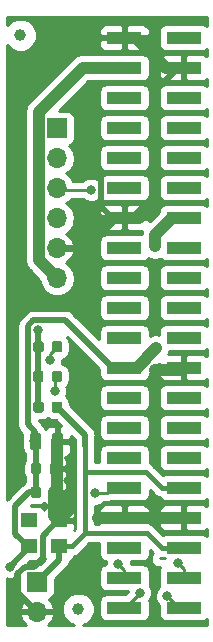
<source format=gbl>
%TF.GenerationSoftware,KiCad,Pcbnew,5.0.2-bee76a0~70~ubuntu18.04.1*%
%TF.CreationDate,2019-03-26T11:43:16+00:00*%
%TF.ProjectId,enclustra_clockpcb,656e636c-7573-4747-9261-5f636c6f636b,rev?*%
%TF.SameCoordinates,Original*%
%TF.FileFunction,Copper,L2,Bot*%
%TF.FilePolarity,Positive*%
%FSLAX46Y46*%
G04 Gerber Fmt 4.6, Leading zero omitted, Abs format (unit mm)*
G04 Created by KiCad (PCBNEW 5.0.2-bee76a0~70~ubuntu18.04.1) date Tue 26 Mar 2019 11:43:16 GMT*
%MOMM*%
%LPD*%
G01*
G04 APERTURE LIST*
%ADD10C,0.100000*%
%ADD11C,0.875000*%
%ADD12C,0.975000*%
%ADD13R,1.700000X1.700000*%
%ADD14O,1.700000X1.700000*%
%ADD15R,1.400000X1.200000*%
%ADD16R,3.000000X1.000000*%
%ADD17C,1.000000*%
%ADD18C,0.800000*%
%ADD19C,0.250000*%
%ADD20C,0.400000*%
%ADD21C,1.000000*%
%ADD22C,0.500000*%
%ADD23C,0.254000*%
G04 APERTURE END LIST*
D10*
G36*
X101915191Y-117526053D02*
X101936426Y-117529203D01*
X101957250Y-117534419D01*
X101977462Y-117541651D01*
X101996868Y-117550830D01*
X102015281Y-117561866D01*
X102032524Y-117574654D01*
X102048430Y-117589070D01*
X102062846Y-117604976D01*
X102075634Y-117622219D01*
X102086670Y-117640632D01*
X102095849Y-117660038D01*
X102103081Y-117680250D01*
X102108297Y-117701074D01*
X102111447Y-117722309D01*
X102112500Y-117743750D01*
X102112500Y-118256250D01*
X102111447Y-118277691D01*
X102108297Y-118298926D01*
X102103081Y-118319750D01*
X102095849Y-118339962D01*
X102086670Y-118359368D01*
X102075634Y-118377781D01*
X102062846Y-118395024D01*
X102048430Y-118410930D01*
X102032524Y-118425346D01*
X102015281Y-118438134D01*
X101996868Y-118449170D01*
X101977462Y-118458349D01*
X101957250Y-118465581D01*
X101936426Y-118470797D01*
X101915191Y-118473947D01*
X101893750Y-118475000D01*
X101456250Y-118475000D01*
X101434809Y-118473947D01*
X101413574Y-118470797D01*
X101392750Y-118465581D01*
X101372538Y-118458349D01*
X101353132Y-118449170D01*
X101334719Y-118438134D01*
X101317476Y-118425346D01*
X101301570Y-118410930D01*
X101287154Y-118395024D01*
X101274366Y-118377781D01*
X101263330Y-118359368D01*
X101254151Y-118339962D01*
X101246919Y-118319750D01*
X101241703Y-118298926D01*
X101238553Y-118277691D01*
X101237500Y-118256250D01*
X101237500Y-117743750D01*
X101238553Y-117722309D01*
X101241703Y-117701074D01*
X101246919Y-117680250D01*
X101254151Y-117660038D01*
X101263330Y-117640632D01*
X101274366Y-117622219D01*
X101287154Y-117604976D01*
X101301570Y-117589070D01*
X101317476Y-117574654D01*
X101334719Y-117561866D01*
X101353132Y-117550830D01*
X101372538Y-117541651D01*
X101392750Y-117534419D01*
X101413574Y-117529203D01*
X101434809Y-117526053D01*
X101456250Y-117525000D01*
X101893750Y-117525000D01*
X101915191Y-117526053D01*
X101915191Y-117526053D01*
G37*
D11*
X101675000Y-118000000D03*
D10*
G36*
X100340191Y-117526053D02*
X100361426Y-117529203D01*
X100382250Y-117534419D01*
X100402462Y-117541651D01*
X100421868Y-117550830D01*
X100440281Y-117561866D01*
X100457524Y-117574654D01*
X100473430Y-117589070D01*
X100487846Y-117604976D01*
X100500634Y-117622219D01*
X100511670Y-117640632D01*
X100520849Y-117660038D01*
X100528081Y-117680250D01*
X100533297Y-117701074D01*
X100536447Y-117722309D01*
X100537500Y-117743750D01*
X100537500Y-118256250D01*
X100536447Y-118277691D01*
X100533297Y-118298926D01*
X100528081Y-118319750D01*
X100520849Y-118339962D01*
X100511670Y-118359368D01*
X100500634Y-118377781D01*
X100487846Y-118395024D01*
X100473430Y-118410930D01*
X100457524Y-118425346D01*
X100440281Y-118438134D01*
X100421868Y-118449170D01*
X100402462Y-118458349D01*
X100382250Y-118465581D01*
X100361426Y-118470797D01*
X100340191Y-118473947D01*
X100318750Y-118475000D01*
X99881250Y-118475000D01*
X99859809Y-118473947D01*
X99838574Y-118470797D01*
X99817750Y-118465581D01*
X99797538Y-118458349D01*
X99778132Y-118449170D01*
X99759719Y-118438134D01*
X99742476Y-118425346D01*
X99726570Y-118410930D01*
X99712154Y-118395024D01*
X99699366Y-118377781D01*
X99688330Y-118359368D01*
X99679151Y-118339962D01*
X99671919Y-118319750D01*
X99666703Y-118298926D01*
X99663553Y-118277691D01*
X99662500Y-118256250D01*
X99662500Y-117743750D01*
X99663553Y-117722309D01*
X99666703Y-117701074D01*
X99671919Y-117680250D01*
X99679151Y-117660038D01*
X99688330Y-117640632D01*
X99699366Y-117622219D01*
X99712154Y-117604976D01*
X99726570Y-117589070D01*
X99742476Y-117574654D01*
X99759719Y-117561866D01*
X99778132Y-117550830D01*
X99797538Y-117541651D01*
X99817750Y-117534419D01*
X99838574Y-117529203D01*
X99859809Y-117526053D01*
X99881250Y-117525000D01*
X100318750Y-117525000D01*
X100340191Y-117526053D01*
X100340191Y-117526053D01*
G37*
D11*
X100100000Y-118000000D03*
D10*
G36*
X100365191Y-115526053D02*
X100386426Y-115529203D01*
X100407250Y-115534419D01*
X100427462Y-115541651D01*
X100446868Y-115550830D01*
X100465281Y-115561866D01*
X100482524Y-115574654D01*
X100498430Y-115589070D01*
X100512846Y-115604976D01*
X100525634Y-115622219D01*
X100536670Y-115640632D01*
X100545849Y-115660038D01*
X100553081Y-115680250D01*
X100558297Y-115701074D01*
X100561447Y-115722309D01*
X100562500Y-115743750D01*
X100562500Y-116256250D01*
X100561447Y-116277691D01*
X100558297Y-116298926D01*
X100553081Y-116319750D01*
X100545849Y-116339962D01*
X100536670Y-116359368D01*
X100525634Y-116377781D01*
X100512846Y-116395024D01*
X100498430Y-116410930D01*
X100482524Y-116425346D01*
X100465281Y-116438134D01*
X100446868Y-116449170D01*
X100427462Y-116458349D01*
X100407250Y-116465581D01*
X100386426Y-116470797D01*
X100365191Y-116473947D01*
X100343750Y-116475000D01*
X99906250Y-116475000D01*
X99884809Y-116473947D01*
X99863574Y-116470797D01*
X99842750Y-116465581D01*
X99822538Y-116458349D01*
X99803132Y-116449170D01*
X99784719Y-116438134D01*
X99767476Y-116425346D01*
X99751570Y-116410930D01*
X99737154Y-116395024D01*
X99724366Y-116377781D01*
X99713330Y-116359368D01*
X99704151Y-116339962D01*
X99696919Y-116319750D01*
X99691703Y-116298926D01*
X99688553Y-116277691D01*
X99687500Y-116256250D01*
X99687500Y-115743750D01*
X99688553Y-115722309D01*
X99691703Y-115701074D01*
X99696919Y-115680250D01*
X99704151Y-115660038D01*
X99713330Y-115640632D01*
X99724366Y-115622219D01*
X99737154Y-115604976D01*
X99751570Y-115589070D01*
X99767476Y-115574654D01*
X99784719Y-115561866D01*
X99803132Y-115550830D01*
X99822538Y-115541651D01*
X99842750Y-115534419D01*
X99863574Y-115529203D01*
X99884809Y-115526053D01*
X99906250Y-115525000D01*
X100343750Y-115525000D01*
X100365191Y-115526053D01*
X100365191Y-115526053D01*
G37*
D11*
X100125000Y-116000000D03*
D10*
G36*
X101940191Y-115526053D02*
X101961426Y-115529203D01*
X101982250Y-115534419D01*
X102002462Y-115541651D01*
X102021868Y-115550830D01*
X102040281Y-115561866D01*
X102057524Y-115574654D01*
X102073430Y-115589070D01*
X102087846Y-115604976D01*
X102100634Y-115622219D01*
X102111670Y-115640632D01*
X102120849Y-115660038D01*
X102128081Y-115680250D01*
X102133297Y-115701074D01*
X102136447Y-115722309D01*
X102137500Y-115743750D01*
X102137500Y-116256250D01*
X102136447Y-116277691D01*
X102133297Y-116298926D01*
X102128081Y-116319750D01*
X102120849Y-116339962D01*
X102111670Y-116359368D01*
X102100634Y-116377781D01*
X102087846Y-116395024D01*
X102073430Y-116410930D01*
X102057524Y-116425346D01*
X102040281Y-116438134D01*
X102021868Y-116449170D01*
X102002462Y-116458349D01*
X101982250Y-116465581D01*
X101961426Y-116470797D01*
X101940191Y-116473947D01*
X101918750Y-116475000D01*
X101481250Y-116475000D01*
X101459809Y-116473947D01*
X101438574Y-116470797D01*
X101417750Y-116465581D01*
X101397538Y-116458349D01*
X101378132Y-116449170D01*
X101359719Y-116438134D01*
X101342476Y-116425346D01*
X101326570Y-116410930D01*
X101312154Y-116395024D01*
X101299366Y-116377781D01*
X101288330Y-116359368D01*
X101279151Y-116339962D01*
X101271919Y-116319750D01*
X101266703Y-116298926D01*
X101263553Y-116277691D01*
X101262500Y-116256250D01*
X101262500Y-115743750D01*
X101263553Y-115722309D01*
X101266703Y-115701074D01*
X101271919Y-115680250D01*
X101279151Y-115660038D01*
X101288330Y-115640632D01*
X101299366Y-115622219D01*
X101312154Y-115604976D01*
X101326570Y-115589070D01*
X101342476Y-115574654D01*
X101359719Y-115561866D01*
X101378132Y-115550830D01*
X101397538Y-115541651D01*
X101417750Y-115534419D01*
X101438574Y-115529203D01*
X101459809Y-115526053D01*
X101481250Y-115525000D01*
X101918750Y-115525000D01*
X101940191Y-115526053D01*
X101940191Y-115526053D01*
G37*
D11*
X101700000Y-116000000D03*
D10*
G36*
X100330142Y-113001174D02*
X100353803Y-113004684D01*
X100377007Y-113010496D01*
X100399529Y-113018554D01*
X100421153Y-113028782D01*
X100441670Y-113041079D01*
X100460883Y-113055329D01*
X100478607Y-113071393D01*
X100494671Y-113089117D01*
X100508921Y-113108330D01*
X100521218Y-113128847D01*
X100531446Y-113150471D01*
X100539504Y-113172993D01*
X100545316Y-113196197D01*
X100548826Y-113219858D01*
X100550000Y-113243750D01*
X100550000Y-114156250D01*
X100548826Y-114180142D01*
X100545316Y-114203803D01*
X100539504Y-114227007D01*
X100531446Y-114249529D01*
X100521218Y-114271153D01*
X100508921Y-114291670D01*
X100494671Y-114310883D01*
X100478607Y-114328607D01*
X100460883Y-114344671D01*
X100441670Y-114358921D01*
X100421153Y-114371218D01*
X100399529Y-114381446D01*
X100377007Y-114389504D01*
X100353803Y-114395316D01*
X100330142Y-114398826D01*
X100306250Y-114400000D01*
X99818750Y-114400000D01*
X99794858Y-114398826D01*
X99771197Y-114395316D01*
X99747993Y-114389504D01*
X99725471Y-114381446D01*
X99703847Y-114371218D01*
X99683330Y-114358921D01*
X99664117Y-114344671D01*
X99646393Y-114328607D01*
X99630329Y-114310883D01*
X99616079Y-114291670D01*
X99603782Y-114271153D01*
X99593554Y-114249529D01*
X99585496Y-114227007D01*
X99579684Y-114203803D01*
X99576174Y-114180142D01*
X99575000Y-114156250D01*
X99575000Y-113243750D01*
X99576174Y-113219858D01*
X99579684Y-113196197D01*
X99585496Y-113172993D01*
X99593554Y-113150471D01*
X99603782Y-113128847D01*
X99616079Y-113108330D01*
X99630329Y-113089117D01*
X99646393Y-113071393D01*
X99664117Y-113055329D01*
X99683330Y-113041079D01*
X99703847Y-113028782D01*
X99725471Y-113018554D01*
X99747993Y-113010496D01*
X99771197Y-113004684D01*
X99794858Y-113001174D01*
X99818750Y-113000000D01*
X100306250Y-113000000D01*
X100330142Y-113001174D01*
X100330142Y-113001174D01*
G37*
D12*
X100062500Y-113700000D03*
D10*
G36*
X102205142Y-113001174D02*
X102228803Y-113004684D01*
X102252007Y-113010496D01*
X102274529Y-113018554D01*
X102296153Y-113028782D01*
X102316670Y-113041079D01*
X102335883Y-113055329D01*
X102353607Y-113071393D01*
X102369671Y-113089117D01*
X102383921Y-113108330D01*
X102396218Y-113128847D01*
X102406446Y-113150471D01*
X102414504Y-113172993D01*
X102420316Y-113196197D01*
X102423826Y-113219858D01*
X102425000Y-113243750D01*
X102425000Y-114156250D01*
X102423826Y-114180142D01*
X102420316Y-114203803D01*
X102414504Y-114227007D01*
X102406446Y-114249529D01*
X102396218Y-114271153D01*
X102383921Y-114291670D01*
X102369671Y-114310883D01*
X102353607Y-114328607D01*
X102335883Y-114344671D01*
X102316670Y-114358921D01*
X102296153Y-114371218D01*
X102274529Y-114381446D01*
X102252007Y-114389504D01*
X102228803Y-114395316D01*
X102205142Y-114398826D01*
X102181250Y-114400000D01*
X101693750Y-114400000D01*
X101669858Y-114398826D01*
X101646197Y-114395316D01*
X101622993Y-114389504D01*
X101600471Y-114381446D01*
X101578847Y-114371218D01*
X101558330Y-114358921D01*
X101539117Y-114344671D01*
X101521393Y-114328607D01*
X101505329Y-114310883D01*
X101491079Y-114291670D01*
X101478782Y-114271153D01*
X101468554Y-114249529D01*
X101460496Y-114227007D01*
X101454684Y-114203803D01*
X101451174Y-114180142D01*
X101450000Y-114156250D01*
X101450000Y-113243750D01*
X101451174Y-113219858D01*
X101454684Y-113196197D01*
X101460496Y-113172993D01*
X101468554Y-113150471D01*
X101478782Y-113128847D01*
X101491079Y-113108330D01*
X101505329Y-113089117D01*
X101521393Y-113071393D01*
X101539117Y-113055329D01*
X101558330Y-113041079D01*
X101578847Y-113028782D01*
X101600471Y-113018554D01*
X101622993Y-113010496D01*
X101646197Y-113004684D01*
X101669858Y-113001174D01*
X101693750Y-113000000D01*
X102181250Y-113000000D01*
X102205142Y-113001174D01*
X102205142Y-113001174D01*
G37*
D12*
X101937500Y-113700000D03*
D13*
X101900000Y-87200000D03*
D14*
X101900000Y-89740000D03*
X101900000Y-92280000D03*
X101900000Y-94820000D03*
X101900000Y-97360000D03*
X101900000Y-99900000D03*
D13*
X100200000Y-125600000D03*
D14*
X100200000Y-128140000D03*
D10*
G36*
X102140191Y-105226053D02*
X102161426Y-105229203D01*
X102182250Y-105234419D01*
X102202462Y-105241651D01*
X102221868Y-105250830D01*
X102240281Y-105261866D01*
X102257524Y-105274654D01*
X102273430Y-105289070D01*
X102287846Y-105304976D01*
X102300634Y-105322219D01*
X102311670Y-105340632D01*
X102320849Y-105360038D01*
X102328081Y-105380250D01*
X102333297Y-105401074D01*
X102336447Y-105422309D01*
X102337500Y-105443750D01*
X102337500Y-105956250D01*
X102336447Y-105977691D01*
X102333297Y-105998926D01*
X102328081Y-106019750D01*
X102320849Y-106039962D01*
X102311670Y-106059368D01*
X102300634Y-106077781D01*
X102287846Y-106095024D01*
X102273430Y-106110930D01*
X102257524Y-106125346D01*
X102240281Y-106138134D01*
X102221868Y-106149170D01*
X102202462Y-106158349D01*
X102182250Y-106165581D01*
X102161426Y-106170797D01*
X102140191Y-106173947D01*
X102118750Y-106175000D01*
X101681250Y-106175000D01*
X101659809Y-106173947D01*
X101638574Y-106170797D01*
X101617750Y-106165581D01*
X101597538Y-106158349D01*
X101578132Y-106149170D01*
X101559719Y-106138134D01*
X101542476Y-106125346D01*
X101526570Y-106110930D01*
X101512154Y-106095024D01*
X101499366Y-106077781D01*
X101488330Y-106059368D01*
X101479151Y-106039962D01*
X101471919Y-106019750D01*
X101466703Y-105998926D01*
X101463553Y-105977691D01*
X101462500Y-105956250D01*
X101462500Y-105443750D01*
X101463553Y-105422309D01*
X101466703Y-105401074D01*
X101471919Y-105380250D01*
X101479151Y-105360038D01*
X101488330Y-105340632D01*
X101499366Y-105322219D01*
X101512154Y-105304976D01*
X101526570Y-105289070D01*
X101542476Y-105274654D01*
X101559719Y-105261866D01*
X101578132Y-105250830D01*
X101597538Y-105241651D01*
X101617750Y-105234419D01*
X101638574Y-105229203D01*
X101659809Y-105226053D01*
X101681250Y-105225000D01*
X102118750Y-105225000D01*
X102140191Y-105226053D01*
X102140191Y-105226053D01*
G37*
D11*
X101900000Y-105700000D03*
D10*
G36*
X100565191Y-105226053D02*
X100586426Y-105229203D01*
X100607250Y-105234419D01*
X100627462Y-105241651D01*
X100646868Y-105250830D01*
X100665281Y-105261866D01*
X100682524Y-105274654D01*
X100698430Y-105289070D01*
X100712846Y-105304976D01*
X100725634Y-105322219D01*
X100736670Y-105340632D01*
X100745849Y-105360038D01*
X100753081Y-105380250D01*
X100758297Y-105401074D01*
X100761447Y-105422309D01*
X100762500Y-105443750D01*
X100762500Y-105956250D01*
X100761447Y-105977691D01*
X100758297Y-105998926D01*
X100753081Y-106019750D01*
X100745849Y-106039962D01*
X100736670Y-106059368D01*
X100725634Y-106077781D01*
X100712846Y-106095024D01*
X100698430Y-106110930D01*
X100682524Y-106125346D01*
X100665281Y-106138134D01*
X100646868Y-106149170D01*
X100627462Y-106158349D01*
X100607250Y-106165581D01*
X100586426Y-106170797D01*
X100565191Y-106173947D01*
X100543750Y-106175000D01*
X100106250Y-106175000D01*
X100084809Y-106173947D01*
X100063574Y-106170797D01*
X100042750Y-106165581D01*
X100022538Y-106158349D01*
X100003132Y-106149170D01*
X99984719Y-106138134D01*
X99967476Y-106125346D01*
X99951570Y-106110930D01*
X99937154Y-106095024D01*
X99924366Y-106077781D01*
X99913330Y-106059368D01*
X99904151Y-106039962D01*
X99896919Y-106019750D01*
X99891703Y-105998926D01*
X99888553Y-105977691D01*
X99887500Y-105956250D01*
X99887500Y-105443750D01*
X99888553Y-105422309D01*
X99891703Y-105401074D01*
X99896919Y-105380250D01*
X99904151Y-105360038D01*
X99913330Y-105340632D01*
X99924366Y-105322219D01*
X99937154Y-105304976D01*
X99951570Y-105289070D01*
X99967476Y-105274654D01*
X99984719Y-105261866D01*
X100003132Y-105250830D01*
X100022538Y-105241651D01*
X100042750Y-105234419D01*
X100063574Y-105229203D01*
X100084809Y-105226053D01*
X100106250Y-105225000D01*
X100543750Y-105225000D01*
X100565191Y-105226053D01*
X100565191Y-105226053D01*
G37*
D11*
X100325000Y-105700000D03*
D10*
G36*
X100552691Y-107726053D02*
X100573926Y-107729203D01*
X100594750Y-107734419D01*
X100614962Y-107741651D01*
X100634368Y-107750830D01*
X100652781Y-107761866D01*
X100670024Y-107774654D01*
X100685930Y-107789070D01*
X100700346Y-107804976D01*
X100713134Y-107822219D01*
X100724170Y-107840632D01*
X100733349Y-107860038D01*
X100740581Y-107880250D01*
X100745797Y-107901074D01*
X100748947Y-107922309D01*
X100750000Y-107943750D01*
X100750000Y-108456250D01*
X100748947Y-108477691D01*
X100745797Y-108498926D01*
X100740581Y-108519750D01*
X100733349Y-108539962D01*
X100724170Y-108559368D01*
X100713134Y-108577781D01*
X100700346Y-108595024D01*
X100685930Y-108610930D01*
X100670024Y-108625346D01*
X100652781Y-108638134D01*
X100634368Y-108649170D01*
X100614962Y-108658349D01*
X100594750Y-108665581D01*
X100573926Y-108670797D01*
X100552691Y-108673947D01*
X100531250Y-108675000D01*
X100093750Y-108675000D01*
X100072309Y-108673947D01*
X100051074Y-108670797D01*
X100030250Y-108665581D01*
X100010038Y-108658349D01*
X99990632Y-108649170D01*
X99972219Y-108638134D01*
X99954976Y-108625346D01*
X99939070Y-108610930D01*
X99924654Y-108595024D01*
X99911866Y-108577781D01*
X99900830Y-108559368D01*
X99891651Y-108539962D01*
X99884419Y-108519750D01*
X99879203Y-108498926D01*
X99876053Y-108477691D01*
X99875000Y-108456250D01*
X99875000Y-107943750D01*
X99876053Y-107922309D01*
X99879203Y-107901074D01*
X99884419Y-107880250D01*
X99891651Y-107860038D01*
X99900830Y-107840632D01*
X99911866Y-107822219D01*
X99924654Y-107804976D01*
X99939070Y-107789070D01*
X99954976Y-107774654D01*
X99972219Y-107761866D01*
X99990632Y-107750830D01*
X100010038Y-107741651D01*
X100030250Y-107734419D01*
X100051074Y-107729203D01*
X100072309Y-107726053D01*
X100093750Y-107725000D01*
X100531250Y-107725000D01*
X100552691Y-107726053D01*
X100552691Y-107726053D01*
G37*
D11*
X100312500Y-108200000D03*
D10*
G36*
X102127691Y-107726053D02*
X102148926Y-107729203D01*
X102169750Y-107734419D01*
X102189962Y-107741651D01*
X102209368Y-107750830D01*
X102227781Y-107761866D01*
X102245024Y-107774654D01*
X102260930Y-107789070D01*
X102275346Y-107804976D01*
X102288134Y-107822219D01*
X102299170Y-107840632D01*
X102308349Y-107860038D01*
X102315581Y-107880250D01*
X102320797Y-107901074D01*
X102323947Y-107922309D01*
X102325000Y-107943750D01*
X102325000Y-108456250D01*
X102323947Y-108477691D01*
X102320797Y-108498926D01*
X102315581Y-108519750D01*
X102308349Y-108539962D01*
X102299170Y-108559368D01*
X102288134Y-108577781D01*
X102275346Y-108595024D01*
X102260930Y-108610930D01*
X102245024Y-108625346D01*
X102227781Y-108638134D01*
X102209368Y-108649170D01*
X102189962Y-108658349D01*
X102169750Y-108665581D01*
X102148926Y-108670797D01*
X102127691Y-108673947D01*
X102106250Y-108675000D01*
X101668750Y-108675000D01*
X101647309Y-108673947D01*
X101626074Y-108670797D01*
X101605250Y-108665581D01*
X101585038Y-108658349D01*
X101565632Y-108649170D01*
X101547219Y-108638134D01*
X101529976Y-108625346D01*
X101514070Y-108610930D01*
X101499654Y-108595024D01*
X101486866Y-108577781D01*
X101475830Y-108559368D01*
X101466651Y-108539962D01*
X101459419Y-108519750D01*
X101454203Y-108498926D01*
X101451053Y-108477691D01*
X101450000Y-108456250D01*
X101450000Y-107943750D01*
X101451053Y-107922309D01*
X101454203Y-107901074D01*
X101459419Y-107880250D01*
X101466651Y-107860038D01*
X101475830Y-107840632D01*
X101486866Y-107822219D01*
X101499654Y-107804976D01*
X101514070Y-107789070D01*
X101529976Y-107774654D01*
X101547219Y-107761866D01*
X101565632Y-107750830D01*
X101585038Y-107741651D01*
X101605250Y-107734419D01*
X101626074Y-107729203D01*
X101647309Y-107726053D01*
X101668750Y-107725000D01*
X102106250Y-107725000D01*
X102127691Y-107726053D01*
X102127691Y-107726053D01*
G37*
D11*
X101887500Y-108200000D03*
D10*
G36*
X102140191Y-110326053D02*
X102161426Y-110329203D01*
X102182250Y-110334419D01*
X102202462Y-110341651D01*
X102221868Y-110350830D01*
X102240281Y-110361866D01*
X102257524Y-110374654D01*
X102273430Y-110389070D01*
X102287846Y-110404976D01*
X102300634Y-110422219D01*
X102311670Y-110440632D01*
X102320849Y-110460038D01*
X102328081Y-110480250D01*
X102333297Y-110501074D01*
X102336447Y-110522309D01*
X102337500Y-110543750D01*
X102337500Y-111056250D01*
X102336447Y-111077691D01*
X102333297Y-111098926D01*
X102328081Y-111119750D01*
X102320849Y-111139962D01*
X102311670Y-111159368D01*
X102300634Y-111177781D01*
X102287846Y-111195024D01*
X102273430Y-111210930D01*
X102257524Y-111225346D01*
X102240281Y-111238134D01*
X102221868Y-111249170D01*
X102202462Y-111258349D01*
X102182250Y-111265581D01*
X102161426Y-111270797D01*
X102140191Y-111273947D01*
X102118750Y-111275000D01*
X101681250Y-111275000D01*
X101659809Y-111273947D01*
X101638574Y-111270797D01*
X101617750Y-111265581D01*
X101597538Y-111258349D01*
X101578132Y-111249170D01*
X101559719Y-111238134D01*
X101542476Y-111225346D01*
X101526570Y-111210930D01*
X101512154Y-111195024D01*
X101499366Y-111177781D01*
X101488330Y-111159368D01*
X101479151Y-111139962D01*
X101471919Y-111119750D01*
X101466703Y-111098926D01*
X101463553Y-111077691D01*
X101462500Y-111056250D01*
X101462500Y-110543750D01*
X101463553Y-110522309D01*
X101466703Y-110501074D01*
X101471919Y-110480250D01*
X101479151Y-110460038D01*
X101488330Y-110440632D01*
X101499366Y-110422219D01*
X101512154Y-110404976D01*
X101526570Y-110389070D01*
X101542476Y-110374654D01*
X101559719Y-110361866D01*
X101578132Y-110350830D01*
X101597538Y-110341651D01*
X101617750Y-110334419D01*
X101638574Y-110329203D01*
X101659809Y-110326053D01*
X101681250Y-110325000D01*
X102118750Y-110325000D01*
X102140191Y-110326053D01*
X102140191Y-110326053D01*
G37*
D11*
X101900000Y-110800000D03*
D10*
G36*
X100565191Y-110326053D02*
X100586426Y-110329203D01*
X100607250Y-110334419D01*
X100627462Y-110341651D01*
X100646868Y-110350830D01*
X100665281Y-110361866D01*
X100682524Y-110374654D01*
X100698430Y-110389070D01*
X100712846Y-110404976D01*
X100725634Y-110422219D01*
X100736670Y-110440632D01*
X100745849Y-110460038D01*
X100753081Y-110480250D01*
X100758297Y-110501074D01*
X100761447Y-110522309D01*
X100762500Y-110543750D01*
X100762500Y-111056250D01*
X100761447Y-111077691D01*
X100758297Y-111098926D01*
X100753081Y-111119750D01*
X100745849Y-111139962D01*
X100736670Y-111159368D01*
X100725634Y-111177781D01*
X100712846Y-111195024D01*
X100698430Y-111210930D01*
X100682524Y-111225346D01*
X100665281Y-111238134D01*
X100646868Y-111249170D01*
X100627462Y-111258349D01*
X100607250Y-111265581D01*
X100586426Y-111270797D01*
X100565191Y-111273947D01*
X100543750Y-111275000D01*
X100106250Y-111275000D01*
X100084809Y-111273947D01*
X100063574Y-111270797D01*
X100042750Y-111265581D01*
X100022538Y-111258349D01*
X100003132Y-111249170D01*
X99984719Y-111238134D01*
X99967476Y-111225346D01*
X99951570Y-111210930D01*
X99937154Y-111195024D01*
X99924366Y-111177781D01*
X99913330Y-111159368D01*
X99904151Y-111139962D01*
X99896919Y-111119750D01*
X99891703Y-111098926D01*
X99888553Y-111077691D01*
X99887500Y-111056250D01*
X99887500Y-110543750D01*
X99888553Y-110522309D01*
X99891703Y-110501074D01*
X99896919Y-110480250D01*
X99904151Y-110460038D01*
X99913330Y-110440632D01*
X99924366Y-110422219D01*
X99937154Y-110404976D01*
X99951570Y-110389070D01*
X99967476Y-110374654D01*
X99984719Y-110361866D01*
X100003132Y-110350830D01*
X100022538Y-110341651D01*
X100042750Y-110334419D01*
X100063574Y-110329203D01*
X100084809Y-110326053D01*
X100106250Y-110325000D01*
X100543750Y-110325000D01*
X100565191Y-110326053D01*
X100565191Y-110326053D01*
G37*
D11*
X100325000Y-110800000D03*
D15*
X99530000Y-120400000D03*
X102070000Y-120400000D03*
X102070000Y-122600000D03*
X99530000Y-122600000D03*
D16*
X107605001Y-79528833D03*
X112645001Y-79528833D03*
X107605001Y-82068833D03*
X112645001Y-82068833D03*
X107605001Y-84608833D03*
X112645001Y-84608833D03*
X107605001Y-87148833D03*
X112645001Y-87148833D03*
X107605001Y-89688833D03*
X112645001Y-89688833D03*
X107605001Y-92228833D03*
X112645001Y-92228833D03*
X107605001Y-94768833D03*
X112645001Y-94768833D03*
X107605001Y-97308833D03*
X112645001Y-97308833D03*
X107605001Y-99848833D03*
X112645001Y-99848833D03*
X107605001Y-102388833D03*
X112645001Y-102388833D03*
X107605001Y-104928833D03*
X112645001Y-104928833D03*
X107605001Y-107468833D03*
X112645001Y-107468833D03*
X107605001Y-110008833D03*
X112645001Y-110008833D03*
X107605001Y-112548833D03*
X112645001Y-112548833D03*
X107605001Y-115088833D03*
X112645001Y-115088833D03*
X107605001Y-117628833D03*
X112645001Y-117628833D03*
X107605001Y-120168833D03*
X112645001Y-120168833D03*
X107605001Y-122708833D03*
X112645001Y-122708833D03*
X107605001Y-125248833D03*
X112645001Y-125248833D03*
X107605001Y-127788833D03*
X112645001Y-127788833D03*
D17*
X98800000Y-79300000D03*
X103700000Y-127900000D03*
D18*
X105400000Y-120200000D03*
X103100000Y-118900000D03*
X110200000Y-118900000D03*
X110200000Y-107700000D03*
X109600000Y-94000000D03*
X104100000Y-108800000D03*
X110200000Y-84000000D03*
X102000000Y-79600000D03*
X104013834Y-97360000D03*
X104100000Y-89900000D03*
X110200000Y-97200000D03*
X110300000Y-105800000D03*
X97900000Y-124300000D03*
X105087347Y-118112653D03*
X101323107Y-106813771D03*
X107100000Y-124100000D03*
X101700000Y-109400000D03*
X112100000Y-124000000D03*
X108900000Y-126500000D03*
X111200000Y-126800000D03*
X104800000Y-92400000D03*
X100299998Y-104300000D03*
D19*
X110600000Y-123600000D02*
X111000000Y-123600000D01*
D20*
X101970000Y-120400000D02*
X102070000Y-120400000D01*
D21*
X106605001Y-94768833D02*
X107605001Y-94768833D01*
X104013834Y-97360000D02*
X106605001Y-94768833D01*
X108605001Y-94768833D02*
X110200000Y-93173834D01*
X107605001Y-94768833D02*
X108605001Y-94768833D01*
X108605001Y-79528833D02*
X107605001Y-79528833D01*
X111145001Y-82068833D02*
X108605001Y-79528833D01*
X112645001Y-82068833D02*
X111145001Y-82068833D01*
X101937500Y-117737500D02*
X101675000Y-118000000D01*
X101937500Y-113700000D02*
X101937500Y-117737500D01*
X101675000Y-120005000D02*
X102070000Y-120400000D01*
X101675000Y-118000000D02*
X101675000Y-120005000D01*
X107605001Y-120168833D02*
X105431167Y-120168833D01*
X105431167Y-120168833D02*
X105400000Y-120200000D01*
X112700000Y-120223832D02*
X112645001Y-120168833D01*
X103100000Y-119370000D02*
X102070000Y-120400000D01*
X103100000Y-118900000D02*
X103100000Y-119370000D01*
X102575000Y-118900000D02*
X101675000Y-118000000D01*
X103100000Y-118900000D02*
X102575000Y-118900000D01*
X110200000Y-120168833D02*
X110200000Y-118900000D01*
X110200000Y-120168833D02*
X107605001Y-120168833D01*
X112645001Y-120168833D02*
X110200000Y-120168833D01*
X112413834Y-107700000D02*
X112645001Y-107468833D01*
X110200000Y-107700000D02*
X112413834Y-107700000D01*
X112645001Y-107468833D02*
X111645001Y-107468833D01*
X107605001Y-94768833D02*
X108831167Y-94768833D01*
X109200001Y-94399999D02*
X109600000Y-94000000D01*
X108831167Y-94768833D02*
X109200001Y-94399999D01*
D22*
X110200000Y-108265685D02*
X109665685Y-108800000D01*
X110200000Y-107700000D02*
X110200000Y-108265685D01*
X109665685Y-108800000D02*
X104100000Y-108800000D01*
X112131167Y-82068833D02*
X110200000Y-84000000D01*
X112645001Y-82068833D02*
X112131167Y-82068833D01*
D21*
X110200000Y-93173834D02*
X110200000Y-84000000D01*
D22*
X107605001Y-79528833D02*
X102071167Y-79528833D01*
X102071167Y-79528833D02*
X102000000Y-79600000D01*
X101900000Y-97360000D02*
X104013834Y-97360000D01*
X104200000Y-89900000D02*
X104100000Y-89900000D01*
X105655000Y-91355000D02*
X104200000Y-89900000D01*
X106605001Y-94768833D02*
X105655000Y-93818832D01*
X105655000Y-93818832D02*
X105655000Y-91355000D01*
X99158003Y-124299999D02*
X98500000Y-124958002D01*
X99940003Y-124299999D02*
X99158003Y-124299999D01*
X101970000Y-120400000D02*
X100680001Y-121689999D01*
X100680001Y-123560001D02*
X99940003Y-124299999D01*
X100680001Y-121689999D02*
X100680001Y-123560001D01*
X98500000Y-126440000D02*
X100200000Y-128140000D01*
X98500000Y-124958002D02*
X98500000Y-126440000D01*
X98379999Y-121549999D02*
X98379999Y-119182501D01*
X99562500Y-118000000D02*
X100100000Y-118000000D01*
X98379999Y-119182501D02*
X99562500Y-118000000D01*
X99430000Y-122600000D02*
X98379999Y-121549999D01*
X99530000Y-122600000D02*
X99430000Y-122600000D01*
X100100000Y-113737500D02*
X100062500Y-113700000D01*
X100100000Y-118000000D02*
X100100000Y-113737500D01*
X106605001Y-107468833D02*
X107605001Y-107468833D01*
X102586167Y-103449999D02*
X106605001Y-107468833D01*
X99891997Y-103449999D02*
X102586167Y-103449999D01*
X99424990Y-103917006D02*
X99891997Y-103449999D01*
X99424990Y-112262490D02*
X99424990Y-103917006D01*
X100062500Y-112900000D02*
X99424990Y-112262490D01*
X100062500Y-113700000D02*
X100062500Y-112900000D01*
D21*
X110200000Y-96213834D02*
X110200000Y-97200000D01*
X112645001Y-94768833D02*
X111645001Y-94768833D01*
X111645001Y-94768833D02*
X110200000Y-96213834D01*
X108631167Y-107468833D02*
X107605001Y-107468833D01*
X110300000Y-105800000D02*
X108631167Y-107468833D01*
D22*
X99530000Y-122600000D02*
X99530000Y-122670000D01*
X99530000Y-122670000D02*
X97900000Y-124300000D01*
D21*
X101050001Y-99050001D02*
X101900000Y-99900000D01*
X100349999Y-98349999D02*
X101050001Y-99050001D01*
X100349999Y-85789999D02*
X100349999Y-98349999D01*
X104071165Y-82068833D02*
X100349999Y-85789999D01*
X107605001Y-82068833D02*
X104071165Y-82068833D01*
D19*
X106121181Y-118112653D02*
X105087347Y-118112653D01*
X107605001Y-117628833D02*
X106605001Y-117628833D01*
X106605001Y-117628833D02*
X106121181Y-118112653D01*
X101323107Y-106276893D02*
X101900000Y-105700000D01*
X101323107Y-106813771D02*
X101323107Y-106276893D01*
D20*
X103170000Y-122600000D02*
X104270000Y-121500000D01*
X102070000Y-122600000D02*
X103170000Y-122600000D01*
X110745001Y-122708833D02*
X112645001Y-122708833D01*
X109536168Y-121500000D02*
X110745001Y-122708833D01*
X104270000Y-121500000D02*
X109536168Y-121500000D01*
X102000000Y-122670000D02*
X102070000Y-122600000D01*
X109416168Y-116300000D02*
X104270000Y-116300000D01*
X112645001Y-117628833D02*
X110745001Y-117628833D01*
X104270000Y-121500000D02*
X104270000Y-116300000D01*
X110745001Y-117628833D02*
X109416168Y-116300000D01*
X104270000Y-116300000D02*
X104270000Y-114070000D01*
D22*
X104270000Y-113170000D02*
X101900000Y-110800000D01*
X104270000Y-114070000D02*
X104270000Y-113170000D01*
X102070000Y-123730000D02*
X100200000Y-125600000D01*
X102070000Y-122600000D02*
X102070000Y-123730000D01*
D19*
X107605001Y-125248833D02*
X107605001Y-124605001D01*
X107605001Y-124605001D02*
X107100000Y-124100000D01*
X101700000Y-108387500D02*
X101887500Y-108200000D01*
X101700000Y-109400000D02*
X101700000Y-108387500D01*
X112146168Y-124000000D02*
X112100000Y-124000000D01*
X112645001Y-125248833D02*
X112645001Y-124498833D01*
X112645001Y-124498833D02*
X112146168Y-124000000D01*
X107605001Y-127788833D02*
X107611167Y-127788833D01*
X107611167Y-127788833D02*
X108900000Y-126500000D01*
X112645001Y-127788833D02*
X112188833Y-127788833D01*
X112188833Y-127788833D02*
X111200000Y-126800000D01*
X102020000Y-92400000D02*
X101900000Y-92280000D01*
X104800000Y-92400000D02*
X102020000Y-92400000D01*
D22*
X100312500Y-105712500D02*
X100325000Y-105700000D01*
X100312500Y-108200000D02*
X100312500Y-105712500D01*
X100325000Y-108212500D02*
X100312500Y-108200000D01*
X100325000Y-110800000D02*
X100325000Y-108212500D01*
X100325000Y-104325002D02*
X100299998Y-104300000D01*
X100325000Y-105700000D02*
X100325000Y-104325002D01*
D23*
G36*
X105457561Y-123208833D02*
X105506844Y-123456598D01*
X105647192Y-123666642D01*
X105857236Y-123806990D01*
X106082531Y-123851803D01*
X106065000Y-123894126D01*
X106065000Y-124109350D01*
X105857236Y-124150676D01*
X105647192Y-124291024D01*
X105506844Y-124501068D01*
X105457561Y-124748833D01*
X105457561Y-125748833D01*
X105506844Y-125996598D01*
X105647192Y-126206642D01*
X105857236Y-126346990D01*
X106105001Y-126396273D01*
X107865000Y-126396273D01*
X107865000Y-126460198D01*
X107683806Y-126641393D01*
X106105001Y-126641393D01*
X105857236Y-126690676D01*
X105647192Y-126831024D01*
X105506844Y-127041068D01*
X105457561Y-127288833D01*
X105457561Y-128288833D01*
X105506844Y-128536598D01*
X105647192Y-128746642D01*
X105857236Y-128886990D01*
X106105001Y-128936273D01*
X109105001Y-128936273D01*
X109352766Y-128886990D01*
X109562810Y-128746642D01*
X109703158Y-128536598D01*
X109752441Y-128288833D01*
X109752441Y-127288833D01*
X109722982Y-127140729D01*
X109777431Y-127086280D01*
X109935000Y-126705874D01*
X109935000Y-126294126D01*
X109777431Y-125913720D01*
X109729231Y-125865520D01*
X109752441Y-125748833D01*
X109752441Y-124748833D01*
X109703158Y-124501068D01*
X109562810Y-124291024D01*
X109352766Y-124150676D01*
X109105001Y-124101393D01*
X108182544Y-124101393D01*
X108152930Y-124057072D01*
X108135000Y-124045092D01*
X108135000Y-123894126D01*
X108119321Y-123856273D01*
X109105001Y-123856273D01*
X109352766Y-123806990D01*
X109562810Y-123666642D01*
X109703158Y-123456598D01*
X109752441Y-123208833D01*
X109752441Y-122897141D01*
X109994112Y-123138812D01*
X109884096Y-123303463D01*
X109825111Y-123600000D01*
X109884096Y-123896537D01*
X110052071Y-124147929D01*
X110303463Y-124315904D01*
X110525148Y-124360000D01*
X110641103Y-124360000D01*
X110546844Y-124501068D01*
X110497561Y-124748833D01*
X110497561Y-125748833D01*
X110545657Y-125990632D01*
X110322569Y-126213720D01*
X110165000Y-126594126D01*
X110165000Y-127005874D01*
X110322569Y-127386280D01*
X110497561Y-127561272D01*
X110497561Y-128288833D01*
X110546844Y-128536598D01*
X110687192Y-128746642D01*
X110897236Y-128886990D01*
X111145001Y-128936273D01*
X114145001Y-128936273D01*
X114392766Y-128886990D01*
X114565000Y-128771906D01*
X114565000Y-129265000D01*
X104055136Y-129265000D01*
X104491337Y-129084320D01*
X104884320Y-128691337D01*
X105097000Y-128177881D01*
X105097000Y-127622119D01*
X104884320Y-127108663D01*
X104491337Y-126715680D01*
X103977881Y-126503000D01*
X103422119Y-126503000D01*
X102908663Y-126715680D01*
X102515680Y-127108663D01*
X102303000Y-127622119D01*
X102303000Y-128177881D01*
X102515680Y-128691337D01*
X102908663Y-129084320D01*
X103344864Y-129265000D01*
X101145318Y-129265000D01*
X101471645Y-128906924D01*
X101641476Y-128496890D01*
X101520155Y-128267000D01*
X100327000Y-128267000D01*
X100327000Y-128287000D01*
X100073000Y-128287000D01*
X100073000Y-128267000D01*
X98879845Y-128267000D01*
X98758524Y-128496890D01*
X98928355Y-128906924D01*
X99254682Y-129265000D01*
X97635000Y-129265000D01*
X97635000Y-125310509D01*
X97694126Y-125335000D01*
X98105874Y-125335000D01*
X98486280Y-125177431D01*
X98702560Y-124961151D01*
X98702560Y-126450000D01*
X98751843Y-126697765D01*
X98892191Y-126907809D01*
X99102235Y-127048157D01*
X99205708Y-127068739D01*
X98928355Y-127373076D01*
X98758524Y-127783110D01*
X98879845Y-128013000D01*
X100073000Y-128013000D01*
X100073000Y-127993000D01*
X100327000Y-127993000D01*
X100327000Y-128013000D01*
X101520155Y-128013000D01*
X101641476Y-127783110D01*
X101471645Y-127373076D01*
X101194292Y-127068739D01*
X101297765Y-127048157D01*
X101507809Y-126907809D01*
X101648157Y-126697765D01*
X101697440Y-126450000D01*
X101697440Y-125354138D01*
X102634156Y-124417423D01*
X102708049Y-124368049D01*
X102816412Y-124205874D01*
X102886224Y-124101393D01*
X102903652Y-124075310D01*
X102955000Y-123817165D01*
X102955000Y-123817161D01*
X102956350Y-123810373D01*
X103017765Y-123798157D01*
X103227809Y-123657809D01*
X103368157Y-123447765D01*
X103375576Y-123410466D01*
X103495801Y-123386552D01*
X103772001Y-123202001D01*
X103818587Y-123132280D01*
X104615868Y-122335000D01*
X105457561Y-122335000D01*
X105457561Y-123208833D01*
X105457561Y-123208833D01*
G37*
X105457561Y-123208833D02*
X105506844Y-123456598D01*
X105647192Y-123666642D01*
X105857236Y-123806990D01*
X106082531Y-123851803D01*
X106065000Y-123894126D01*
X106065000Y-124109350D01*
X105857236Y-124150676D01*
X105647192Y-124291024D01*
X105506844Y-124501068D01*
X105457561Y-124748833D01*
X105457561Y-125748833D01*
X105506844Y-125996598D01*
X105647192Y-126206642D01*
X105857236Y-126346990D01*
X106105001Y-126396273D01*
X107865000Y-126396273D01*
X107865000Y-126460198D01*
X107683806Y-126641393D01*
X106105001Y-126641393D01*
X105857236Y-126690676D01*
X105647192Y-126831024D01*
X105506844Y-127041068D01*
X105457561Y-127288833D01*
X105457561Y-128288833D01*
X105506844Y-128536598D01*
X105647192Y-128746642D01*
X105857236Y-128886990D01*
X106105001Y-128936273D01*
X109105001Y-128936273D01*
X109352766Y-128886990D01*
X109562810Y-128746642D01*
X109703158Y-128536598D01*
X109752441Y-128288833D01*
X109752441Y-127288833D01*
X109722982Y-127140729D01*
X109777431Y-127086280D01*
X109935000Y-126705874D01*
X109935000Y-126294126D01*
X109777431Y-125913720D01*
X109729231Y-125865520D01*
X109752441Y-125748833D01*
X109752441Y-124748833D01*
X109703158Y-124501068D01*
X109562810Y-124291024D01*
X109352766Y-124150676D01*
X109105001Y-124101393D01*
X108182544Y-124101393D01*
X108152930Y-124057072D01*
X108135000Y-124045092D01*
X108135000Y-123894126D01*
X108119321Y-123856273D01*
X109105001Y-123856273D01*
X109352766Y-123806990D01*
X109562810Y-123666642D01*
X109703158Y-123456598D01*
X109752441Y-123208833D01*
X109752441Y-122897141D01*
X109994112Y-123138812D01*
X109884096Y-123303463D01*
X109825111Y-123600000D01*
X109884096Y-123896537D01*
X110052071Y-124147929D01*
X110303463Y-124315904D01*
X110525148Y-124360000D01*
X110641103Y-124360000D01*
X110546844Y-124501068D01*
X110497561Y-124748833D01*
X110497561Y-125748833D01*
X110545657Y-125990632D01*
X110322569Y-126213720D01*
X110165000Y-126594126D01*
X110165000Y-127005874D01*
X110322569Y-127386280D01*
X110497561Y-127561272D01*
X110497561Y-128288833D01*
X110546844Y-128536598D01*
X110687192Y-128746642D01*
X110897236Y-128886990D01*
X111145001Y-128936273D01*
X114145001Y-128936273D01*
X114392766Y-128886990D01*
X114565000Y-128771906D01*
X114565000Y-129265000D01*
X104055136Y-129265000D01*
X104491337Y-129084320D01*
X104884320Y-128691337D01*
X105097000Y-128177881D01*
X105097000Y-127622119D01*
X104884320Y-127108663D01*
X104491337Y-126715680D01*
X103977881Y-126503000D01*
X103422119Y-126503000D01*
X102908663Y-126715680D01*
X102515680Y-127108663D01*
X102303000Y-127622119D01*
X102303000Y-128177881D01*
X102515680Y-128691337D01*
X102908663Y-129084320D01*
X103344864Y-129265000D01*
X101145318Y-129265000D01*
X101471645Y-128906924D01*
X101641476Y-128496890D01*
X101520155Y-128267000D01*
X100327000Y-128267000D01*
X100327000Y-128287000D01*
X100073000Y-128287000D01*
X100073000Y-128267000D01*
X98879845Y-128267000D01*
X98758524Y-128496890D01*
X98928355Y-128906924D01*
X99254682Y-129265000D01*
X97635000Y-129265000D01*
X97635000Y-125310509D01*
X97694126Y-125335000D01*
X98105874Y-125335000D01*
X98486280Y-125177431D01*
X98702560Y-124961151D01*
X98702560Y-126450000D01*
X98751843Y-126697765D01*
X98892191Y-126907809D01*
X99102235Y-127048157D01*
X99205708Y-127068739D01*
X98928355Y-127373076D01*
X98758524Y-127783110D01*
X98879845Y-128013000D01*
X100073000Y-128013000D01*
X100073000Y-127993000D01*
X100327000Y-127993000D01*
X100327000Y-128013000D01*
X101520155Y-128013000D01*
X101641476Y-127783110D01*
X101471645Y-127373076D01*
X101194292Y-127068739D01*
X101297765Y-127048157D01*
X101507809Y-126907809D01*
X101648157Y-126697765D01*
X101697440Y-126450000D01*
X101697440Y-125354138D01*
X102634156Y-124417423D01*
X102708049Y-124368049D01*
X102816412Y-124205874D01*
X102886224Y-124101393D01*
X102903652Y-124075310D01*
X102955000Y-123817165D01*
X102955000Y-123817161D01*
X102956350Y-123810373D01*
X103017765Y-123798157D01*
X103227809Y-123657809D01*
X103368157Y-123447765D01*
X103375576Y-123410466D01*
X103495801Y-123386552D01*
X103772001Y-123202001D01*
X103818587Y-123132280D01*
X104615868Y-122335000D01*
X105457561Y-122335000D01*
X105457561Y-123208833D01*
G36*
X100903548Y-123644874D02*
X100445862Y-124102560D01*
X99350000Y-124102560D01*
X99348775Y-124102804D01*
X99604139Y-123847440D01*
X100230000Y-123847440D01*
X100477765Y-123798157D01*
X100687809Y-123657809D01*
X100800000Y-123489905D01*
X100903548Y-123644874D01*
X100903548Y-123644874D01*
G37*
X100903548Y-123644874D02*
X100445862Y-124102560D01*
X99350000Y-124102560D01*
X99348775Y-124102804D01*
X99604139Y-123847440D01*
X100230000Y-123847440D01*
X100477765Y-123798157D01*
X100687809Y-123657809D01*
X100800000Y-123489905D01*
X100903548Y-123644874D01*
G36*
X110096416Y-118161115D02*
X110143000Y-118230834D01*
X110419200Y-118415385D01*
X110596299Y-118450612D01*
X110687192Y-118586642D01*
X110897236Y-118726990D01*
X111145001Y-118776273D01*
X114145001Y-118776273D01*
X114392766Y-118726990D01*
X114565000Y-118611906D01*
X114565000Y-119190807D01*
X114504699Y-119130506D01*
X114271310Y-119033833D01*
X112930751Y-119033833D01*
X112772001Y-119192583D01*
X112772001Y-120041833D01*
X112792001Y-120041833D01*
X112792001Y-120295833D01*
X112772001Y-120295833D01*
X112772001Y-121145083D01*
X112930751Y-121303833D01*
X114271310Y-121303833D01*
X114504699Y-121207160D01*
X114565000Y-121146859D01*
X114565000Y-121725760D01*
X114392766Y-121610676D01*
X114145001Y-121561393D01*
X111145001Y-121561393D01*
X110897236Y-121610676D01*
X110855559Y-121638524D01*
X110184755Y-120967720D01*
X110138169Y-120897999D01*
X109861969Y-120713448D01*
X109740001Y-120689187D01*
X109740001Y-120454583D01*
X110510001Y-120454583D01*
X110510001Y-120795143D01*
X110606674Y-121028532D01*
X110785303Y-121207160D01*
X111018692Y-121303833D01*
X112359251Y-121303833D01*
X112518001Y-121145083D01*
X112518001Y-120295833D01*
X110668751Y-120295833D01*
X110510001Y-120454583D01*
X109740001Y-120454583D01*
X109581251Y-120295833D01*
X107732001Y-120295833D01*
X107732001Y-120315833D01*
X107478001Y-120315833D01*
X107478001Y-120295833D01*
X105628751Y-120295833D01*
X105470001Y-120454583D01*
X105470001Y-120665000D01*
X105105000Y-120665000D01*
X105105000Y-119542523D01*
X105470001Y-119542523D01*
X105470001Y-119883083D01*
X105628751Y-120041833D01*
X107478001Y-120041833D01*
X107478001Y-119192583D01*
X107732001Y-119192583D01*
X107732001Y-120041833D01*
X109581251Y-120041833D01*
X109740001Y-119883083D01*
X109740001Y-119542523D01*
X110510001Y-119542523D01*
X110510001Y-119883083D01*
X110668751Y-120041833D01*
X112518001Y-120041833D01*
X112518001Y-119192583D01*
X112359251Y-119033833D01*
X111018692Y-119033833D01*
X110785303Y-119130506D01*
X110606674Y-119309134D01*
X110510001Y-119542523D01*
X109740001Y-119542523D01*
X109643328Y-119309134D01*
X109464699Y-119130506D01*
X109231310Y-119033833D01*
X107890751Y-119033833D01*
X107732001Y-119192583D01*
X107478001Y-119192583D01*
X107319251Y-119033833D01*
X105978692Y-119033833D01*
X105745303Y-119130506D01*
X105566674Y-119309134D01*
X105470001Y-119542523D01*
X105105000Y-119542523D01*
X105105000Y-119147653D01*
X105293221Y-119147653D01*
X105673627Y-118990084D01*
X105791058Y-118872653D01*
X106046334Y-118872653D01*
X106121181Y-118887541D01*
X106196028Y-118872653D01*
X106196033Y-118872653D01*
X106417718Y-118828557D01*
X106495966Y-118776273D01*
X109105001Y-118776273D01*
X109352766Y-118726990D01*
X109562810Y-118586642D01*
X109703158Y-118376598D01*
X109752441Y-118128833D01*
X109752441Y-117817141D01*
X110096416Y-118161115D01*
X110096416Y-118161115D01*
G37*
X110096416Y-118161115D02*
X110143000Y-118230834D01*
X110419200Y-118415385D01*
X110596299Y-118450612D01*
X110687192Y-118586642D01*
X110897236Y-118726990D01*
X111145001Y-118776273D01*
X114145001Y-118776273D01*
X114392766Y-118726990D01*
X114565000Y-118611906D01*
X114565000Y-119190807D01*
X114504699Y-119130506D01*
X114271310Y-119033833D01*
X112930751Y-119033833D01*
X112772001Y-119192583D01*
X112772001Y-120041833D01*
X112792001Y-120041833D01*
X112792001Y-120295833D01*
X112772001Y-120295833D01*
X112772001Y-121145083D01*
X112930751Y-121303833D01*
X114271310Y-121303833D01*
X114504699Y-121207160D01*
X114565000Y-121146859D01*
X114565000Y-121725760D01*
X114392766Y-121610676D01*
X114145001Y-121561393D01*
X111145001Y-121561393D01*
X110897236Y-121610676D01*
X110855559Y-121638524D01*
X110184755Y-120967720D01*
X110138169Y-120897999D01*
X109861969Y-120713448D01*
X109740001Y-120689187D01*
X109740001Y-120454583D01*
X110510001Y-120454583D01*
X110510001Y-120795143D01*
X110606674Y-121028532D01*
X110785303Y-121207160D01*
X111018692Y-121303833D01*
X112359251Y-121303833D01*
X112518001Y-121145083D01*
X112518001Y-120295833D01*
X110668751Y-120295833D01*
X110510001Y-120454583D01*
X109740001Y-120454583D01*
X109581251Y-120295833D01*
X107732001Y-120295833D01*
X107732001Y-120315833D01*
X107478001Y-120315833D01*
X107478001Y-120295833D01*
X105628751Y-120295833D01*
X105470001Y-120454583D01*
X105470001Y-120665000D01*
X105105000Y-120665000D01*
X105105000Y-119542523D01*
X105470001Y-119542523D01*
X105470001Y-119883083D01*
X105628751Y-120041833D01*
X107478001Y-120041833D01*
X107478001Y-119192583D01*
X107732001Y-119192583D01*
X107732001Y-120041833D01*
X109581251Y-120041833D01*
X109740001Y-119883083D01*
X109740001Y-119542523D01*
X110510001Y-119542523D01*
X110510001Y-119883083D01*
X110668751Y-120041833D01*
X112518001Y-120041833D01*
X112518001Y-119192583D01*
X112359251Y-119033833D01*
X111018692Y-119033833D01*
X110785303Y-119130506D01*
X110606674Y-119309134D01*
X110510001Y-119542523D01*
X109740001Y-119542523D01*
X109643328Y-119309134D01*
X109464699Y-119130506D01*
X109231310Y-119033833D01*
X107890751Y-119033833D01*
X107732001Y-119192583D01*
X107478001Y-119192583D01*
X107319251Y-119033833D01*
X105978692Y-119033833D01*
X105745303Y-119130506D01*
X105566674Y-119309134D01*
X105470001Y-119542523D01*
X105105000Y-119542523D01*
X105105000Y-119147653D01*
X105293221Y-119147653D01*
X105673627Y-118990084D01*
X105791058Y-118872653D01*
X106046334Y-118872653D01*
X106121181Y-118887541D01*
X106196028Y-118872653D01*
X106196033Y-118872653D01*
X106417718Y-118828557D01*
X106495966Y-118776273D01*
X109105001Y-118776273D01*
X109352766Y-118726990D01*
X109562810Y-118586642D01*
X109703158Y-118376598D01*
X109752441Y-118128833D01*
X109752441Y-117817141D01*
X110096416Y-118161115D01*
G36*
X100831673Y-121359699D02*
X100973320Y-121501345D01*
X100912191Y-121542191D01*
X100800000Y-121710095D01*
X100687809Y-121542191D01*
X100624666Y-121500000D01*
X100687809Y-121457809D01*
X100801706Y-121287352D01*
X100831673Y-121359699D01*
X100831673Y-121359699D01*
G37*
X100831673Y-121359699D02*
X100973320Y-121501345D01*
X100912191Y-121542191D01*
X100800000Y-121710095D01*
X100687809Y-121542191D01*
X100624666Y-121500000D01*
X100687809Y-121457809D01*
X100801706Y-121287352D01*
X100831673Y-121359699D01*
G36*
X101349773Y-111856505D02*
X101681250Y-111922440D01*
X101770862Y-111922440D01*
X102218336Y-112369914D01*
X102064500Y-112523750D01*
X102064500Y-113573000D01*
X102901250Y-113573000D01*
X103060000Y-113414250D01*
X103060000Y-113211579D01*
X103385001Y-113536579D01*
X103385000Y-114157164D01*
X103435001Y-114408536D01*
X103435000Y-116217763D01*
X103418642Y-116300000D01*
X103435001Y-116382242D01*
X103435000Y-121154132D01*
X103364113Y-121225019D01*
X103405000Y-121126310D01*
X103405000Y-120685750D01*
X103246250Y-120527000D01*
X102197000Y-120527000D01*
X102197000Y-120547000D01*
X101943000Y-120547000D01*
X101943000Y-120527000D01*
X101923000Y-120527000D01*
X101923000Y-120273000D01*
X101943000Y-120273000D01*
X101943000Y-119323750D01*
X102197000Y-119323750D01*
X102197000Y-120273000D01*
X103246250Y-120273000D01*
X103405000Y-120114250D01*
X103405000Y-119673690D01*
X103308327Y-119440301D01*
X103129698Y-119261673D01*
X102896309Y-119165000D01*
X102355750Y-119165000D01*
X102197000Y-119323750D01*
X101943000Y-119323750D01*
X101784250Y-119165000D01*
X101243691Y-119165000D01*
X101010302Y-119261673D01*
X100831673Y-119440301D01*
X100801706Y-119512648D01*
X100687809Y-119342191D01*
X100477765Y-119201843D01*
X100230000Y-119152560D01*
X99661519Y-119152560D01*
X99723097Y-119090981D01*
X99881250Y-119122440D01*
X100318750Y-119122440D01*
X100650227Y-119056505D01*
X100812531Y-118948057D01*
X100877802Y-119013327D01*
X101111191Y-119110000D01*
X101389250Y-119110000D01*
X101548000Y-118951250D01*
X101548000Y-118127000D01*
X101802000Y-118127000D01*
X101802000Y-118951250D01*
X101960750Y-119110000D01*
X102238809Y-119110000D01*
X102472198Y-119013327D01*
X102650827Y-118834699D01*
X102747500Y-118601310D01*
X102747500Y-118285750D01*
X102588750Y-118127000D01*
X101802000Y-118127000D01*
X101548000Y-118127000D01*
X101528000Y-118127000D01*
X101528000Y-117873000D01*
X101548000Y-117873000D01*
X101548000Y-117048750D01*
X101802000Y-117048750D01*
X101802000Y-117873000D01*
X102588750Y-117873000D01*
X102747500Y-117714250D01*
X102747500Y-117398690D01*
X102650827Y-117165301D01*
X102498025Y-117012500D01*
X102675827Y-116834699D01*
X102772500Y-116601310D01*
X102772500Y-116285750D01*
X102613750Y-116127000D01*
X101827000Y-116127000D01*
X101827000Y-116951250D01*
X101863250Y-116987500D01*
X101802000Y-117048750D01*
X101548000Y-117048750D01*
X101511750Y-117012500D01*
X101573000Y-116951250D01*
X101573000Y-116127000D01*
X101553000Y-116127000D01*
X101553000Y-115873000D01*
X101573000Y-115873000D01*
X101573000Y-115853000D01*
X101827000Y-115853000D01*
X101827000Y-115873000D01*
X102613750Y-115873000D01*
X102772500Y-115714250D01*
X102772500Y-115398690D01*
X102675827Y-115165301D01*
X102545525Y-115035000D01*
X102551309Y-115035000D01*
X102784698Y-114938327D01*
X102963327Y-114759699D01*
X103060000Y-114526310D01*
X103060000Y-113985750D01*
X102901250Y-113827000D01*
X102064500Y-113827000D01*
X102064500Y-113847000D01*
X101810500Y-113847000D01*
X101810500Y-113827000D01*
X101790500Y-113827000D01*
X101790500Y-113573000D01*
X101810500Y-113573000D01*
X101810500Y-112523750D01*
X101651750Y-112365000D01*
X101323691Y-112365000D01*
X101090302Y-112461673D01*
X100937207Y-112614767D01*
X100936416Y-112613584D01*
X100903491Y-112591584D01*
X100896152Y-112554690D01*
X100824115Y-112446880D01*
X100749924Y-112335845D01*
X100749923Y-112335844D01*
X100700549Y-112261951D01*
X100626656Y-112212577D01*
X100336518Y-111922440D01*
X100543750Y-111922440D01*
X100875227Y-111856505D01*
X101112500Y-111697964D01*
X101349773Y-111856505D01*
X101349773Y-111856505D01*
G37*
X101349773Y-111856505D02*
X101681250Y-111922440D01*
X101770862Y-111922440D01*
X102218336Y-112369914D01*
X102064500Y-112523750D01*
X102064500Y-113573000D01*
X102901250Y-113573000D01*
X103060000Y-113414250D01*
X103060000Y-113211579D01*
X103385001Y-113536579D01*
X103385000Y-114157164D01*
X103435001Y-114408536D01*
X103435000Y-116217763D01*
X103418642Y-116300000D01*
X103435001Y-116382242D01*
X103435000Y-121154132D01*
X103364113Y-121225019D01*
X103405000Y-121126310D01*
X103405000Y-120685750D01*
X103246250Y-120527000D01*
X102197000Y-120527000D01*
X102197000Y-120547000D01*
X101943000Y-120547000D01*
X101943000Y-120527000D01*
X101923000Y-120527000D01*
X101923000Y-120273000D01*
X101943000Y-120273000D01*
X101943000Y-119323750D01*
X102197000Y-119323750D01*
X102197000Y-120273000D01*
X103246250Y-120273000D01*
X103405000Y-120114250D01*
X103405000Y-119673690D01*
X103308327Y-119440301D01*
X103129698Y-119261673D01*
X102896309Y-119165000D01*
X102355750Y-119165000D01*
X102197000Y-119323750D01*
X101943000Y-119323750D01*
X101784250Y-119165000D01*
X101243691Y-119165000D01*
X101010302Y-119261673D01*
X100831673Y-119440301D01*
X100801706Y-119512648D01*
X100687809Y-119342191D01*
X100477765Y-119201843D01*
X100230000Y-119152560D01*
X99661519Y-119152560D01*
X99723097Y-119090981D01*
X99881250Y-119122440D01*
X100318750Y-119122440D01*
X100650227Y-119056505D01*
X100812531Y-118948057D01*
X100877802Y-119013327D01*
X101111191Y-119110000D01*
X101389250Y-119110000D01*
X101548000Y-118951250D01*
X101548000Y-118127000D01*
X101802000Y-118127000D01*
X101802000Y-118951250D01*
X101960750Y-119110000D01*
X102238809Y-119110000D01*
X102472198Y-119013327D01*
X102650827Y-118834699D01*
X102747500Y-118601310D01*
X102747500Y-118285750D01*
X102588750Y-118127000D01*
X101802000Y-118127000D01*
X101548000Y-118127000D01*
X101528000Y-118127000D01*
X101528000Y-117873000D01*
X101548000Y-117873000D01*
X101548000Y-117048750D01*
X101802000Y-117048750D01*
X101802000Y-117873000D01*
X102588750Y-117873000D01*
X102747500Y-117714250D01*
X102747500Y-117398690D01*
X102650827Y-117165301D01*
X102498025Y-117012500D01*
X102675827Y-116834699D01*
X102772500Y-116601310D01*
X102772500Y-116285750D01*
X102613750Y-116127000D01*
X101827000Y-116127000D01*
X101827000Y-116951250D01*
X101863250Y-116987500D01*
X101802000Y-117048750D01*
X101548000Y-117048750D01*
X101511750Y-117012500D01*
X101573000Y-116951250D01*
X101573000Y-116127000D01*
X101553000Y-116127000D01*
X101553000Y-115873000D01*
X101573000Y-115873000D01*
X101573000Y-115853000D01*
X101827000Y-115853000D01*
X101827000Y-115873000D01*
X102613750Y-115873000D01*
X102772500Y-115714250D01*
X102772500Y-115398690D01*
X102675827Y-115165301D01*
X102545525Y-115035000D01*
X102551309Y-115035000D01*
X102784698Y-114938327D01*
X102963327Y-114759699D01*
X103060000Y-114526310D01*
X103060000Y-113985750D01*
X102901250Y-113827000D01*
X102064500Y-113827000D01*
X102064500Y-113847000D01*
X101810500Y-113847000D01*
X101810500Y-113827000D01*
X101790500Y-113827000D01*
X101790500Y-113573000D01*
X101810500Y-113573000D01*
X101810500Y-112523750D01*
X101651750Y-112365000D01*
X101323691Y-112365000D01*
X101090302Y-112461673D01*
X100937207Y-112614767D01*
X100936416Y-112613584D01*
X100903491Y-112591584D01*
X100896152Y-112554690D01*
X100824115Y-112446880D01*
X100749924Y-112335845D01*
X100749923Y-112335844D01*
X100700549Y-112261951D01*
X100626656Y-112212577D01*
X100336518Y-111922440D01*
X100543750Y-111922440D01*
X100875227Y-111856505D01*
X101112500Y-111697964D01*
X101349773Y-111856505D01*
G36*
X114565001Y-78545761D02*
X114392766Y-78430676D01*
X114145001Y-78381393D01*
X111145001Y-78381393D01*
X110897236Y-78430676D01*
X110687192Y-78571024D01*
X110546844Y-78781068D01*
X110497561Y-79028833D01*
X110497561Y-80028833D01*
X110546844Y-80276598D01*
X110687192Y-80486642D01*
X110897236Y-80626990D01*
X111145001Y-80676273D01*
X114145001Y-80676273D01*
X114392766Y-80626990D01*
X114565001Y-80511905D01*
X114565001Y-81090808D01*
X114504699Y-81030506D01*
X114271310Y-80933833D01*
X112930751Y-80933833D01*
X112772001Y-81092583D01*
X112772001Y-81941833D01*
X112792001Y-81941833D01*
X112792001Y-82195833D01*
X112772001Y-82195833D01*
X112772001Y-83045083D01*
X112930751Y-83203833D01*
X114271310Y-83203833D01*
X114504699Y-83107160D01*
X114565001Y-83046858D01*
X114565001Y-83625761D01*
X114392766Y-83510676D01*
X114145001Y-83461393D01*
X111145001Y-83461393D01*
X110897236Y-83510676D01*
X110687192Y-83651024D01*
X110546844Y-83861068D01*
X110497561Y-84108833D01*
X110497561Y-85108833D01*
X110546844Y-85356598D01*
X110687192Y-85566642D01*
X110897236Y-85706990D01*
X111145001Y-85756273D01*
X114145001Y-85756273D01*
X114392766Y-85706990D01*
X114565001Y-85591905D01*
X114565001Y-86165761D01*
X114392766Y-86050676D01*
X114145001Y-86001393D01*
X111145001Y-86001393D01*
X110897236Y-86050676D01*
X110687192Y-86191024D01*
X110546844Y-86401068D01*
X110497561Y-86648833D01*
X110497561Y-87648833D01*
X110546844Y-87896598D01*
X110687192Y-88106642D01*
X110897236Y-88246990D01*
X111145001Y-88296273D01*
X114145001Y-88296273D01*
X114392766Y-88246990D01*
X114565001Y-88131906D01*
X114565001Y-88705760D01*
X114392766Y-88590676D01*
X114145001Y-88541393D01*
X111145001Y-88541393D01*
X110897236Y-88590676D01*
X110687192Y-88731024D01*
X110546844Y-88941068D01*
X110497561Y-89188833D01*
X110497561Y-90188833D01*
X110546844Y-90436598D01*
X110687192Y-90646642D01*
X110897236Y-90786990D01*
X111145001Y-90836273D01*
X114145001Y-90836273D01*
X114392766Y-90786990D01*
X114565001Y-90671906D01*
X114565001Y-91245760D01*
X114392766Y-91130676D01*
X114145001Y-91081393D01*
X111145001Y-91081393D01*
X110897236Y-91130676D01*
X110687192Y-91271024D01*
X110546844Y-91481068D01*
X110497561Y-91728833D01*
X110497561Y-92728833D01*
X110546844Y-92976598D01*
X110687192Y-93186642D01*
X110897236Y-93326990D01*
X111145001Y-93376273D01*
X114145001Y-93376273D01*
X114392766Y-93326990D01*
X114565001Y-93211906D01*
X114565001Y-93785760D01*
X114392766Y-93670676D01*
X114145001Y-93621393D01*
X111694243Y-93621393D01*
X111645000Y-93611598D01*
X111595757Y-93621393D01*
X111145001Y-93621393D01*
X110897236Y-93670676D01*
X110687192Y-93811024D01*
X110546844Y-94021068D01*
X110497561Y-94268833D01*
X110497561Y-94311141D01*
X109740001Y-95068702D01*
X109740001Y-95054583D01*
X109581251Y-94895833D01*
X107732001Y-94895833D01*
X107732001Y-95745083D01*
X107890751Y-95903833D01*
X109104428Y-95903833D01*
X109053196Y-96161393D01*
X106105001Y-96161393D01*
X105857236Y-96210676D01*
X105647192Y-96351024D01*
X105506844Y-96561068D01*
X105457561Y-96808833D01*
X105457561Y-97808833D01*
X105506844Y-98056598D01*
X105647192Y-98266642D01*
X105857236Y-98406990D01*
X106105001Y-98456273D01*
X109105001Y-98456273D01*
X109352766Y-98406990D01*
X109562810Y-98266642D01*
X109621637Y-98178602D01*
X109757146Y-98269146D01*
X110200000Y-98357235D01*
X110642855Y-98269146D01*
X110674664Y-98247892D01*
X110687192Y-98266642D01*
X110897236Y-98406990D01*
X111145001Y-98456273D01*
X114145001Y-98456273D01*
X114392766Y-98406990D01*
X114565001Y-98291906D01*
X114565001Y-98865760D01*
X114392766Y-98750676D01*
X114145001Y-98701393D01*
X111145001Y-98701393D01*
X110897236Y-98750676D01*
X110687192Y-98891024D01*
X110546844Y-99101068D01*
X110497561Y-99348833D01*
X110497561Y-100348833D01*
X110546844Y-100596598D01*
X110687192Y-100806642D01*
X110897236Y-100946990D01*
X111145001Y-100996273D01*
X114145001Y-100996273D01*
X114392766Y-100946990D01*
X114565001Y-100831906D01*
X114565001Y-101405760D01*
X114392766Y-101290676D01*
X114145001Y-101241393D01*
X111145001Y-101241393D01*
X110897236Y-101290676D01*
X110687192Y-101431024D01*
X110546844Y-101641068D01*
X110497561Y-101888833D01*
X110497561Y-102888833D01*
X110546844Y-103136598D01*
X110687192Y-103346642D01*
X110897236Y-103486990D01*
X111145001Y-103536273D01*
X114145001Y-103536273D01*
X114392766Y-103486990D01*
X114565001Y-103371906D01*
X114565000Y-103945760D01*
X114392766Y-103830676D01*
X114145001Y-103781393D01*
X111145001Y-103781393D01*
X110897236Y-103830676D01*
X110687192Y-103971024D01*
X110546844Y-104181068D01*
X110497561Y-104428833D01*
X110497561Y-104682063D01*
X110299999Y-104642765D01*
X109857145Y-104730855D01*
X109752441Y-104800816D01*
X109752441Y-104428833D01*
X109703158Y-104181068D01*
X109562810Y-103971024D01*
X109352766Y-103830676D01*
X109105001Y-103781393D01*
X106105001Y-103781393D01*
X105857236Y-103830676D01*
X105647192Y-103971024D01*
X105506844Y-104181068D01*
X105457561Y-104428833D01*
X105457561Y-105069814D01*
X103273592Y-102885846D01*
X103224216Y-102811950D01*
X102931477Y-102616347D01*
X102673332Y-102564999D01*
X102673328Y-102564999D01*
X102586167Y-102547662D01*
X102499006Y-102564999D01*
X99979158Y-102564999D01*
X99891997Y-102547662D01*
X99804836Y-102564999D01*
X99804832Y-102564999D01*
X99546687Y-102616347D01*
X99253948Y-102811950D01*
X99204572Y-102885846D01*
X98860835Y-103229583D01*
X98786942Y-103278957D01*
X98737568Y-103352850D01*
X98737566Y-103352852D01*
X98591338Y-103571697D01*
X98522653Y-103917006D01*
X98539991Y-104004171D01*
X98539990Y-112175329D01*
X98522653Y-112262490D01*
X98539990Y-112349651D01*
X98539990Y-112349654D01*
X98591338Y-112607799D01*
X98786941Y-112900539D01*
X98860836Y-112949915D01*
X98965240Y-113054319D01*
X98927560Y-113243750D01*
X98927560Y-114156250D01*
X98995398Y-114497294D01*
X99188584Y-114786416D01*
X99215001Y-114804067D01*
X99215001Y-115249134D01*
X99105995Y-115412273D01*
X99040060Y-115743750D01*
X99040060Y-116256250D01*
X99105995Y-116587727D01*
X99215000Y-116750865D01*
X99215000Y-117167811D01*
X98998345Y-117312576D01*
X98998344Y-117312577D01*
X98924451Y-117361951D01*
X98875077Y-117435844D01*
X97815844Y-118495078D01*
X97741951Y-118544452D01*
X97692577Y-118618345D01*
X97692575Y-118618347D01*
X97635000Y-118704514D01*
X97635000Y-101888833D01*
X105457561Y-101888833D01*
X105457561Y-102888833D01*
X105506844Y-103136598D01*
X105647192Y-103346642D01*
X105857236Y-103486990D01*
X106105001Y-103536273D01*
X109105001Y-103536273D01*
X109352766Y-103486990D01*
X109562810Y-103346642D01*
X109703158Y-103136598D01*
X109752441Y-102888833D01*
X109752441Y-101888833D01*
X109703158Y-101641068D01*
X109562810Y-101431024D01*
X109352766Y-101290676D01*
X109105001Y-101241393D01*
X106105001Y-101241393D01*
X105857236Y-101290676D01*
X105647192Y-101431024D01*
X105506844Y-101641068D01*
X105457561Y-101888833D01*
X97635000Y-101888833D01*
X97635000Y-85789999D01*
X99192764Y-85789999D01*
X99214999Y-85901782D01*
X99215000Y-98238211D01*
X99192764Y-98349999D01*
X99280853Y-98792853D01*
X99346084Y-98890477D01*
X99531711Y-99168288D01*
X99626479Y-99231610D01*
X100408513Y-100013644D01*
X100501161Y-100479418D01*
X100829375Y-100970625D01*
X101320582Y-101298839D01*
X101753744Y-101385000D01*
X102046256Y-101385000D01*
X102479418Y-101298839D01*
X102970625Y-100970625D01*
X103298839Y-100479418D01*
X103414092Y-99900000D01*
X103304459Y-99348833D01*
X105457561Y-99348833D01*
X105457561Y-100348833D01*
X105506844Y-100596598D01*
X105647192Y-100806642D01*
X105857236Y-100946990D01*
X106105001Y-100996273D01*
X109105001Y-100996273D01*
X109352766Y-100946990D01*
X109562810Y-100806642D01*
X109703158Y-100596598D01*
X109752441Y-100348833D01*
X109752441Y-99348833D01*
X109703158Y-99101068D01*
X109562810Y-98891024D01*
X109352766Y-98750676D01*
X109105001Y-98701393D01*
X106105001Y-98701393D01*
X105857236Y-98750676D01*
X105647192Y-98891024D01*
X105506844Y-99101068D01*
X105457561Y-99348833D01*
X103304459Y-99348833D01*
X103298839Y-99320582D01*
X102970625Y-98829375D01*
X102651522Y-98616157D01*
X102781358Y-98555183D01*
X103171645Y-98126924D01*
X103341476Y-97716890D01*
X103220155Y-97487000D01*
X102027000Y-97487000D01*
X102027000Y-97507000D01*
X101773000Y-97507000D01*
X101773000Y-97487000D01*
X101753000Y-97487000D01*
X101753000Y-97233000D01*
X101773000Y-97233000D01*
X101773000Y-97213000D01*
X102027000Y-97213000D01*
X102027000Y-97233000D01*
X103220155Y-97233000D01*
X103341476Y-97003110D01*
X103171645Y-96593076D01*
X102781358Y-96164817D01*
X102651522Y-96103843D01*
X102970625Y-95890625D01*
X103298839Y-95399418D01*
X103367430Y-95054583D01*
X105470001Y-95054583D01*
X105470001Y-95395143D01*
X105566674Y-95628532D01*
X105745303Y-95807160D01*
X105978692Y-95903833D01*
X107319251Y-95903833D01*
X107478001Y-95745083D01*
X107478001Y-94895833D01*
X105628751Y-94895833D01*
X105470001Y-95054583D01*
X103367430Y-95054583D01*
X103414092Y-94820000D01*
X103298839Y-94240582D01*
X103233319Y-94142523D01*
X105470001Y-94142523D01*
X105470001Y-94483083D01*
X105628751Y-94641833D01*
X107478001Y-94641833D01*
X107478001Y-93792583D01*
X107732001Y-93792583D01*
X107732001Y-94641833D01*
X109581251Y-94641833D01*
X109740001Y-94483083D01*
X109740001Y-94142523D01*
X109643328Y-93909134D01*
X109464699Y-93730506D01*
X109231310Y-93633833D01*
X107890751Y-93633833D01*
X107732001Y-93792583D01*
X107478001Y-93792583D01*
X107319251Y-93633833D01*
X105978692Y-93633833D01*
X105745303Y-93730506D01*
X105566674Y-93909134D01*
X105470001Y-94142523D01*
X103233319Y-94142523D01*
X102970625Y-93749375D01*
X102672239Y-93550000D01*
X102970625Y-93350625D01*
X103097997Y-93160000D01*
X104096289Y-93160000D01*
X104213720Y-93277431D01*
X104594126Y-93435000D01*
X105005874Y-93435000D01*
X105386280Y-93277431D01*
X105579050Y-93084661D01*
X105647192Y-93186642D01*
X105857236Y-93326990D01*
X106105001Y-93376273D01*
X109105001Y-93376273D01*
X109352766Y-93326990D01*
X109562810Y-93186642D01*
X109703158Y-92976598D01*
X109752441Y-92728833D01*
X109752441Y-91728833D01*
X109703158Y-91481068D01*
X109562810Y-91271024D01*
X109352766Y-91130676D01*
X109105001Y-91081393D01*
X106105001Y-91081393D01*
X105857236Y-91130676D01*
X105647192Y-91271024D01*
X105506844Y-91481068D01*
X105479956Y-91616245D01*
X105386280Y-91522569D01*
X105005874Y-91365000D01*
X104594126Y-91365000D01*
X104213720Y-91522569D01*
X104096289Y-91640000D01*
X103258359Y-91640000D01*
X102970625Y-91209375D01*
X102672239Y-91010000D01*
X102970625Y-90810625D01*
X103298839Y-90319418D01*
X103414092Y-89740000D01*
X103304459Y-89188833D01*
X105457561Y-89188833D01*
X105457561Y-90188833D01*
X105506844Y-90436598D01*
X105647192Y-90646642D01*
X105857236Y-90786990D01*
X106105001Y-90836273D01*
X109105001Y-90836273D01*
X109352766Y-90786990D01*
X109562810Y-90646642D01*
X109703158Y-90436598D01*
X109752441Y-90188833D01*
X109752441Y-89188833D01*
X109703158Y-88941068D01*
X109562810Y-88731024D01*
X109352766Y-88590676D01*
X109105001Y-88541393D01*
X106105001Y-88541393D01*
X105857236Y-88590676D01*
X105647192Y-88731024D01*
X105506844Y-88941068D01*
X105457561Y-89188833D01*
X103304459Y-89188833D01*
X103298839Y-89160582D01*
X102970625Y-88669375D01*
X102952381Y-88657184D01*
X102997765Y-88648157D01*
X103207809Y-88507809D01*
X103348157Y-88297765D01*
X103397440Y-88050000D01*
X103397440Y-86648833D01*
X105457561Y-86648833D01*
X105457561Y-87648833D01*
X105506844Y-87896598D01*
X105647192Y-88106642D01*
X105857236Y-88246990D01*
X106105001Y-88296273D01*
X109105001Y-88296273D01*
X109352766Y-88246990D01*
X109562810Y-88106642D01*
X109703158Y-87896598D01*
X109752441Y-87648833D01*
X109752441Y-86648833D01*
X109703158Y-86401068D01*
X109562810Y-86191024D01*
X109352766Y-86050676D01*
X109105001Y-86001393D01*
X106105001Y-86001393D01*
X105857236Y-86050676D01*
X105647192Y-86191024D01*
X105506844Y-86401068D01*
X105457561Y-86648833D01*
X103397440Y-86648833D01*
X103397440Y-86350000D01*
X103348157Y-86102235D01*
X103207809Y-85892191D01*
X102997765Y-85751843D01*
X102750000Y-85702560D01*
X102042569Y-85702560D01*
X103636296Y-84108833D01*
X105457561Y-84108833D01*
X105457561Y-85108833D01*
X105506844Y-85356598D01*
X105647192Y-85566642D01*
X105857236Y-85706990D01*
X106105001Y-85756273D01*
X109105001Y-85756273D01*
X109352766Y-85706990D01*
X109562810Y-85566642D01*
X109703158Y-85356598D01*
X109752441Y-85108833D01*
X109752441Y-84108833D01*
X109703158Y-83861068D01*
X109562810Y-83651024D01*
X109352766Y-83510676D01*
X109105001Y-83461393D01*
X106105001Y-83461393D01*
X105857236Y-83510676D01*
X105647192Y-83651024D01*
X105506844Y-83861068D01*
X105457561Y-84108833D01*
X103636296Y-84108833D01*
X104541297Y-83203833D01*
X106042460Y-83203833D01*
X106105001Y-83216273D01*
X109105001Y-83216273D01*
X109352766Y-83166990D01*
X109562810Y-83026642D01*
X109703158Y-82816598D01*
X109752441Y-82568833D01*
X109752441Y-82354583D01*
X110510001Y-82354583D01*
X110510001Y-82695143D01*
X110606674Y-82928532D01*
X110785303Y-83107160D01*
X111018692Y-83203833D01*
X112359251Y-83203833D01*
X112518001Y-83045083D01*
X112518001Y-82195833D01*
X110668751Y-82195833D01*
X110510001Y-82354583D01*
X109752441Y-82354583D01*
X109752441Y-81568833D01*
X109727317Y-81442523D01*
X110510001Y-81442523D01*
X110510001Y-81783083D01*
X110668751Y-81941833D01*
X112518001Y-81941833D01*
X112518001Y-81092583D01*
X112359251Y-80933833D01*
X111018692Y-80933833D01*
X110785303Y-81030506D01*
X110606674Y-81209134D01*
X110510001Y-81442523D01*
X109727317Y-81442523D01*
X109703158Y-81321068D01*
X109562810Y-81111024D01*
X109352766Y-80970676D01*
X109105001Y-80921393D01*
X106105001Y-80921393D01*
X106042460Y-80933833D01*
X104182946Y-80933833D01*
X104071164Y-80911598D01*
X103959382Y-80933833D01*
X103628310Y-80999687D01*
X103252876Y-81250544D01*
X103189554Y-81345312D01*
X99626481Y-84908386D01*
X99531710Y-84971710D01*
X99280854Y-85347144D01*
X99280853Y-85347145D01*
X99192764Y-85789999D01*
X97635000Y-85789999D01*
X97635000Y-80110657D01*
X98008663Y-80484320D01*
X98522119Y-80697000D01*
X99077881Y-80697000D01*
X99591337Y-80484320D01*
X99984320Y-80091337D01*
X100098955Y-79814583D01*
X105470001Y-79814583D01*
X105470001Y-80155143D01*
X105566674Y-80388532D01*
X105745303Y-80567160D01*
X105978692Y-80663833D01*
X107319251Y-80663833D01*
X107478001Y-80505083D01*
X107478001Y-79655833D01*
X107732001Y-79655833D01*
X107732001Y-80505083D01*
X107890751Y-80663833D01*
X109231310Y-80663833D01*
X109464699Y-80567160D01*
X109643328Y-80388532D01*
X109740001Y-80155143D01*
X109740001Y-79814583D01*
X109581251Y-79655833D01*
X107732001Y-79655833D01*
X107478001Y-79655833D01*
X105628751Y-79655833D01*
X105470001Y-79814583D01*
X100098955Y-79814583D01*
X100197000Y-79577881D01*
X100197000Y-79022119D01*
X100147462Y-78902523D01*
X105470001Y-78902523D01*
X105470001Y-79243083D01*
X105628751Y-79401833D01*
X107478001Y-79401833D01*
X107478001Y-78552583D01*
X107732001Y-78552583D01*
X107732001Y-79401833D01*
X109581251Y-79401833D01*
X109740001Y-79243083D01*
X109740001Y-78902523D01*
X109643328Y-78669134D01*
X109464699Y-78490506D01*
X109231310Y-78393833D01*
X107890751Y-78393833D01*
X107732001Y-78552583D01*
X107478001Y-78552583D01*
X107319251Y-78393833D01*
X105978692Y-78393833D01*
X105745303Y-78490506D01*
X105566674Y-78669134D01*
X105470001Y-78902523D01*
X100147462Y-78902523D01*
X99984320Y-78508663D01*
X99591337Y-78115680D01*
X99077881Y-77903000D01*
X98522119Y-77903000D01*
X98008663Y-78115680D01*
X97635000Y-78489343D01*
X97635000Y-77735000D01*
X114565001Y-77735000D01*
X114565001Y-78545761D01*
X114565001Y-78545761D01*
G37*
X114565001Y-78545761D02*
X114392766Y-78430676D01*
X114145001Y-78381393D01*
X111145001Y-78381393D01*
X110897236Y-78430676D01*
X110687192Y-78571024D01*
X110546844Y-78781068D01*
X110497561Y-79028833D01*
X110497561Y-80028833D01*
X110546844Y-80276598D01*
X110687192Y-80486642D01*
X110897236Y-80626990D01*
X111145001Y-80676273D01*
X114145001Y-80676273D01*
X114392766Y-80626990D01*
X114565001Y-80511905D01*
X114565001Y-81090808D01*
X114504699Y-81030506D01*
X114271310Y-80933833D01*
X112930751Y-80933833D01*
X112772001Y-81092583D01*
X112772001Y-81941833D01*
X112792001Y-81941833D01*
X112792001Y-82195833D01*
X112772001Y-82195833D01*
X112772001Y-83045083D01*
X112930751Y-83203833D01*
X114271310Y-83203833D01*
X114504699Y-83107160D01*
X114565001Y-83046858D01*
X114565001Y-83625761D01*
X114392766Y-83510676D01*
X114145001Y-83461393D01*
X111145001Y-83461393D01*
X110897236Y-83510676D01*
X110687192Y-83651024D01*
X110546844Y-83861068D01*
X110497561Y-84108833D01*
X110497561Y-85108833D01*
X110546844Y-85356598D01*
X110687192Y-85566642D01*
X110897236Y-85706990D01*
X111145001Y-85756273D01*
X114145001Y-85756273D01*
X114392766Y-85706990D01*
X114565001Y-85591905D01*
X114565001Y-86165761D01*
X114392766Y-86050676D01*
X114145001Y-86001393D01*
X111145001Y-86001393D01*
X110897236Y-86050676D01*
X110687192Y-86191024D01*
X110546844Y-86401068D01*
X110497561Y-86648833D01*
X110497561Y-87648833D01*
X110546844Y-87896598D01*
X110687192Y-88106642D01*
X110897236Y-88246990D01*
X111145001Y-88296273D01*
X114145001Y-88296273D01*
X114392766Y-88246990D01*
X114565001Y-88131906D01*
X114565001Y-88705760D01*
X114392766Y-88590676D01*
X114145001Y-88541393D01*
X111145001Y-88541393D01*
X110897236Y-88590676D01*
X110687192Y-88731024D01*
X110546844Y-88941068D01*
X110497561Y-89188833D01*
X110497561Y-90188833D01*
X110546844Y-90436598D01*
X110687192Y-90646642D01*
X110897236Y-90786990D01*
X111145001Y-90836273D01*
X114145001Y-90836273D01*
X114392766Y-90786990D01*
X114565001Y-90671906D01*
X114565001Y-91245760D01*
X114392766Y-91130676D01*
X114145001Y-91081393D01*
X111145001Y-91081393D01*
X110897236Y-91130676D01*
X110687192Y-91271024D01*
X110546844Y-91481068D01*
X110497561Y-91728833D01*
X110497561Y-92728833D01*
X110546844Y-92976598D01*
X110687192Y-93186642D01*
X110897236Y-93326990D01*
X111145001Y-93376273D01*
X114145001Y-93376273D01*
X114392766Y-93326990D01*
X114565001Y-93211906D01*
X114565001Y-93785760D01*
X114392766Y-93670676D01*
X114145001Y-93621393D01*
X111694243Y-93621393D01*
X111645000Y-93611598D01*
X111595757Y-93621393D01*
X111145001Y-93621393D01*
X110897236Y-93670676D01*
X110687192Y-93811024D01*
X110546844Y-94021068D01*
X110497561Y-94268833D01*
X110497561Y-94311141D01*
X109740001Y-95068702D01*
X109740001Y-95054583D01*
X109581251Y-94895833D01*
X107732001Y-94895833D01*
X107732001Y-95745083D01*
X107890751Y-95903833D01*
X109104428Y-95903833D01*
X109053196Y-96161393D01*
X106105001Y-96161393D01*
X105857236Y-96210676D01*
X105647192Y-96351024D01*
X105506844Y-96561068D01*
X105457561Y-96808833D01*
X105457561Y-97808833D01*
X105506844Y-98056598D01*
X105647192Y-98266642D01*
X105857236Y-98406990D01*
X106105001Y-98456273D01*
X109105001Y-98456273D01*
X109352766Y-98406990D01*
X109562810Y-98266642D01*
X109621637Y-98178602D01*
X109757146Y-98269146D01*
X110200000Y-98357235D01*
X110642855Y-98269146D01*
X110674664Y-98247892D01*
X110687192Y-98266642D01*
X110897236Y-98406990D01*
X111145001Y-98456273D01*
X114145001Y-98456273D01*
X114392766Y-98406990D01*
X114565001Y-98291906D01*
X114565001Y-98865760D01*
X114392766Y-98750676D01*
X114145001Y-98701393D01*
X111145001Y-98701393D01*
X110897236Y-98750676D01*
X110687192Y-98891024D01*
X110546844Y-99101068D01*
X110497561Y-99348833D01*
X110497561Y-100348833D01*
X110546844Y-100596598D01*
X110687192Y-100806642D01*
X110897236Y-100946990D01*
X111145001Y-100996273D01*
X114145001Y-100996273D01*
X114392766Y-100946990D01*
X114565001Y-100831906D01*
X114565001Y-101405760D01*
X114392766Y-101290676D01*
X114145001Y-101241393D01*
X111145001Y-101241393D01*
X110897236Y-101290676D01*
X110687192Y-101431024D01*
X110546844Y-101641068D01*
X110497561Y-101888833D01*
X110497561Y-102888833D01*
X110546844Y-103136598D01*
X110687192Y-103346642D01*
X110897236Y-103486990D01*
X111145001Y-103536273D01*
X114145001Y-103536273D01*
X114392766Y-103486990D01*
X114565001Y-103371906D01*
X114565000Y-103945760D01*
X114392766Y-103830676D01*
X114145001Y-103781393D01*
X111145001Y-103781393D01*
X110897236Y-103830676D01*
X110687192Y-103971024D01*
X110546844Y-104181068D01*
X110497561Y-104428833D01*
X110497561Y-104682063D01*
X110299999Y-104642765D01*
X109857145Y-104730855D01*
X109752441Y-104800816D01*
X109752441Y-104428833D01*
X109703158Y-104181068D01*
X109562810Y-103971024D01*
X109352766Y-103830676D01*
X109105001Y-103781393D01*
X106105001Y-103781393D01*
X105857236Y-103830676D01*
X105647192Y-103971024D01*
X105506844Y-104181068D01*
X105457561Y-104428833D01*
X105457561Y-105069814D01*
X103273592Y-102885846D01*
X103224216Y-102811950D01*
X102931477Y-102616347D01*
X102673332Y-102564999D01*
X102673328Y-102564999D01*
X102586167Y-102547662D01*
X102499006Y-102564999D01*
X99979158Y-102564999D01*
X99891997Y-102547662D01*
X99804836Y-102564999D01*
X99804832Y-102564999D01*
X99546687Y-102616347D01*
X99253948Y-102811950D01*
X99204572Y-102885846D01*
X98860835Y-103229583D01*
X98786942Y-103278957D01*
X98737568Y-103352850D01*
X98737566Y-103352852D01*
X98591338Y-103571697D01*
X98522653Y-103917006D01*
X98539991Y-104004171D01*
X98539990Y-112175329D01*
X98522653Y-112262490D01*
X98539990Y-112349651D01*
X98539990Y-112349654D01*
X98591338Y-112607799D01*
X98786941Y-112900539D01*
X98860836Y-112949915D01*
X98965240Y-113054319D01*
X98927560Y-113243750D01*
X98927560Y-114156250D01*
X98995398Y-114497294D01*
X99188584Y-114786416D01*
X99215001Y-114804067D01*
X99215001Y-115249134D01*
X99105995Y-115412273D01*
X99040060Y-115743750D01*
X99040060Y-116256250D01*
X99105995Y-116587727D01*
X99215000Y-116750865D01*
X99215000Y-117167811D01*
X98998345Y-117312576D01*
X98998344Y-117312577D01*
X98924451Y-117361951D01*
X98875077Y-117435844D01*
X97815844Y-118495078D01*
X97741951Y-118544452D01*
X97692577Y-118618345D01*
X97692575Y-118618347D01*
X97635000Y-118704514D01*
X97635000Y-101888833D01*
X105457561Y-101888833D01*
X105457561Y-102888833D01*
X105506844Y-103136598D01*
X105647192Y-103346642D01*
X105857236Y-103486990D01*
X106105001Y-103536273D01*
X109105001Y-103536273D01*
X109352766Y-103486990D01*
X109562810Y-103346642D01*
X109703158Y-103136598D01*
X109752441Y-102888833D01*
X109752441Y-101888833D01*
X109703158Y-101641068D01*
X109562810Y-101431024D01*
X109352766Y-101290676D01*
X109105001Y-101241393D01*
X106105001Y-101241393D01*
X105857236Y-101290676D01*
X105647192Y-101431024D01*
X105506844Y-101641068D01*
X105457561Y-101888833D01*
X97635000Y-101888833D01*
X97635000Y-85789999D01*
X99192764Y-85789999D01*
X99214999Y-85901782D01*
X99215000Y-98238211D01*
X99192764Y-98349999D01*
X99280853Y-98792853D01*
X99346084Y-98890477D01*
X99531711Y-99168288D01*
X99626479Y-99231610D01*
X100408513Y-100013644D01*
X100501161Y-100479418D01*
X100829375Y-100970625D01*
X101320582Y-101298839D01*
X101753744Y-101385000D01*
X102046256Y-101385000D01*
X102479418Y-101298839D01*
X102970625Y-100970625D01*
X103298839Y-100479418D01*
X103414092Y-99900000D01*
X103304459Y-99348833D01*
X105457561Y-99348833D01*
X105457561Y-100348833D01*
X105506844Y-100596598D01*
X105647192Y-100806642D01*
X105857236Y-100946990D01*
X106105001Y-100996273D01*
X109105001Y-100996273D01*
X109352766Y-100946990D01*
X109562810Y-100806642D01*
X109703158Y-100596598D01*
X109752441Y-100348833D01*
X109752441Y-99348833D01*
X109703158Y-99101068D01*
X109562810Y-98891024D01*
X109352766Y-98750676D01*
X109105001Y-98701393D01*
X106105001Y-98701393D01*
X105857236Y-98750676D01*
X105647192Y-98891024D01*
X105506844Y-99101068D01*
X105457561Y-99348833D01*
X103304459Y-99348833D01*
X103298839Y-99320582D01*
X102970625Y-98829375D01*
X102651522Y-98616157D01*
X102781358Y-98555183D01*
X103171645Y-98126924D01*
X103341476Y-97716890D01*
X103220155Y-97487000D01*
X102027000Y-97487000D01*
X102027000Y-97507000D01*
X101773000Y-97507000D01*
X101773000Y-97487000D01*
X101753000Y-97487000D01*
X101753000Y-97233000D01*
X101773000Y-97233000D01*
X101773000Y-97213000D01*
X102027000Y-97213000D01*
X102027000Y-97233000D01*
X103220155Y-97233000D01*
X103341476Y-97003110D01*
X103171645Y-96593076D01*
X102781358Y-96164817D01*
X102651522Y-96103843D01*
X102970625Y-95890625D01*
X103298839Y-95399418D01*
X103367430Y-95054583D01*
X105470001Y-95054583D01*
X105470001Y-95395143D01*
X105566674Y-95628532D01*
X105745303Y-95807160D01*
X105978692Y-95903833D01*
X107319251Y-95903833D01*
X107478001Y-95745083D01*
X107478001Y-94895833D01*
X105628751Y-94895833D01*
X105470001Y-95054583D01*
X103367430Y-95054583D01*
X103414092Y-94820000D01*
X103298839Y-94240582D01*
X103233319Y-94142523D01*
X105470001Y-94142523D01*
X105470001Y-94483083D01*
X105628751Y-94641833D01*
X107478001Y-94641833D01*
X107478001Y-93792583D01*
X107732001Y-93792583D01*
X107732001Y-94641833D01*
X109581251Y-94641833D01*
X109740001Y-94483083D01*
X109740001Y-94142523D01*
X109643328Y-93909134D01*
X109464699Y-93730506D01*
X109231310Y-93633833D01*
X107890751Y-93633833D01*
X107732001Y-93792583D01*
X107478001Y-93792583D01*
X107319251Y-93633833D01*
X105978692Y-93633833D01*
X105745303Y-93730506D01*
X105566674Y-93909134D01*
X105470001Y-94142523D01*
X103233319Y-94142523D01*
X102970625Y-93749375D01*
X102672239Y-93550000D01*
X102970625Y-93350625D01*
X103097997Y-93160000D01*
X104096289Y-93160000D01*
X104213720Y-93277431D01*
X104594126Y-93435000D01*
X105005874Y-93435000D01*
X105386280Y-93277431D01*
X105579050Y-93084661D01*
X105647192Y-93186642D01*
X105857236Y-93326990D01*
X106105001Y-93376273D01*
X109105001Y-93376273D01*
X109352766Y-93326990D01*
X109562810Y-93186642D01*
X109703158Y-92976598D01*
X109752441Y-92728833D01*
X109752441Y-91728833D01*
X109703158Y-91481068D01*
X109562810Y-91271024D01*
X109352766Y-91130676D01*
X109105001Y-91081393D01*
X106105001Y-91081393D01*
X105857236Y-91130676D01*
X105647192Y-91271024D01*
X105506844Y-91481068D01*
X105479956Y-91616245D01*
X105386280Y-91522569D01*
X105005874Y-91365000D01*
X104594126Y-91365000D01*
X104213720Y-91522569D01*
X104096289Y-91640000D01*
X103258359Y-91640000D01*
X102970625Y-91209375D01*
X102672239Y-91010000D01*
X102970625Y-90810625D01*
X103298839Y-90319418D01*
X103414092Y-89740000D01*
X103304459Y-89188833D01*
X105457561Y-89188833D01*
X105457561Y-90188833D01*
X105506844Y-90436598D01*
X105647192Y-90646642D01*
X105857236Y-90786990D01*
X106105001Y-90836273D01*
X109105001Y-90836273D01*
X109352766Y-90786990D01*
X109562810Y-90646642D01*
X109703158Y-90436598D01*
X109752441Y-90188833D01*
X109752441Y-89188833D01*
X109703158Y-88941068D01*
X109562810Y-88731024D01*
X109352766Y-88590676D01*
X109105001Y-88541393D01*
X106105001Y-88541393D01*
X105857236Y-88590676D01*
X105647192Y-88731024D01*
X105506844Y-88941068D01*
X105457561Y-89188833D01*
X103304459Y-89188833D01*
X103298839Y-89160582D01*
X102970625Y-88669375D01*
X102952381Y-88657184D01*
X102997765Y-88648157D01*
X103207809Y-88507809D01*
X103348157Y-88297765D01*
X103397440Y-88050000D01*
X103397440Y-86648833D01*
X105457561Y-86648833D01*
X105457561Y-87648833D01*
X105506844Y-87896598D01*
X105647192Y-88106642D01*
X105857236Y-88246990D01*
X106105001Y-88296273D01*
X109105001Y-88296273D01*
X109352766Y-88246990D01*
X109562810Y-88106642D01*
X109703158Y-87896598D01*
X109752441Y-87648833D01*
X109752441Y-86648833D01*
X109703158Y-86401068D01*
X109562810Y-86191024D01*
X109352766Y-86050676D01*
X109105001Y-86001393D01*
X106105001Y-86001393D01*
X105857236Y-86050676D01*
X105647192Y-86191024D01*
X105506844Y-86401068D01*
X105457561Y-86648833D01*
X103397440Y-86648833D01*
X103397440Y-86350000D01*
X103348157Y-86102235D01*
X103207809Y-85892191D01*
X102997765Y-85751843D01*
X102750000Y-85702560D01*
X102042569Y-85702560D01*
X103636296Y-84108833D01*
X105457561Y-84108833D01*
X105457561Y-85108833D01*
X105506844Y-85356598D01*
X105647192Y-85566642D01*
X105857236Y-85706990D01*
X106105001Y-85756273D01*
X109105001Y-85756273D01*
X109352766Y-85706990D01*
X109562810Y-85566642D01*
X109703158Y-85356598D01*
X109752441Y-85108833D01*
X109752441Y-84108833D01*
X109703158Y-83861068D01*
X109562810Y-83651024D01*
X109352766Y-83510676D01*
X109105001Y-83461393D01*
X106105001Y-83461393D01*
X105857236Y-83510676D01*
X105647192Y-83651024D01*
X105506844Y-83861068D01*
X105457561Y-84108833D01*
X103636296Y-84108833D01*
X104541297Y-83203833D01*
X106042460Y-83203833D01*
X106105001Y-83216273D01*
X109105001Y-83216273D01*
X109352766Y-83166990D01*
X109562810Y-83026642D01*
X109703158Y-82816598D01*
X109752441Y-82568833D01*
X109752441Y-82354583D01*
X110510001Y-82354583D01*
X110510001Y-82695143D01*
X110606674Y-82928532D01*
X110785303Y-83107160D01*
X111018692Y-83203833D01*
X112359251Y-83203833D01*
X112518001Y-83045083D01*
X112518001Y-82195833D01*
X110668751Y-82195833D01*
X110510001Y-82354583D01*
X109752441Y-82354583D01*
X109752441Y-81568833D01*
X109727317Y-81442523D01*
X110510001Y-81442523D01*
X110510001Y-81783083D01*
X110668751Y-81941833D01*
X112518001Y-81941833D01*
X112518001Y-81092583D01*
X112359251Y-80933833D01*
X111018692Y-80933833D01*
X110785303Y-81030506D01*
X110606674Y-81209134D01*
X110510001Y-81442523D01*
X109727317Y-81442523D01*
X109703158Y-81321068D01*
X109562810Y-81111024D01*
X109352766Y-80970676D01*
X109105001Y-80921393D01*
X106105001Y-80921393D01*
X106042460Y-80933833D01*
X104182946Y-80933833D01*
X104071164Y-80911598D01*
X103959382Y-80933833D01*
X103628310Y-80999687D01*
X103252876Y-81250544D01*
X103189554Y-81345312D01*
X99626481Y-84908386D01*
X99531710Y-84971710D01*
X99280854Y-85347144D01*
X99280853Y-85347145D01*
X99192764Y-85789999D01*
X97635000Y-85789999D01*
X97635000Y-80110657D01*
X98008663Y-80484320D01*
X98522119Y-80697000D01*
X99077881Y-80697000D01*
X99591337Y-80484320D01*
X99984320Y-80091337D01*
X100098955Y-79814583D01*
X105470001Y-79814583D01*
X105470001Y-80155143D01*
X105566674Y-80388532D01*
X105745303Y-80567160D01*
X105978692Y-80663833D01*
X107319251Y-80663833D01*
X107478001Y-80505083D01*
X107478001Y-79655833D01*
X107732001Y-79655833D01*
X107732001Y-80505083D01*
X107890751Y-80663833D01*
X109231310Y-80663833D01*
X109464699Y-80567160D01*
X109643328Y-80388532D01*
X109740001Y-80155143D01*
X109740001Y-79814583D01*
X109581251Y-79655833D01*
X107732001Y-79655833D01*
X107478001Y-79655833D01*
X105628751Y-79655833D01*
X105470001Y-79814583D01*
X100098955Y-79814583D01*
X100197000Y-79577881D01*
X100197000Y-79022119D01*
X100147462Y-78902523D01*
X105470001Y-78902523D01*
X105470001Y-79243083D01*
X105628751Y-79401833D01*
X107478001Y-79401833D01*
X107478001Y-78552583D01*
X107732001Y-78552583D01*
X107732001Y-79401833D01*
X109581251Y-79401833D01*
X109740001Y-79243083D01*
X109740001Y-78902523D01*
X109643328Y-78669134D01*
X109464699Y-78490506D01*
X109231310Y-78393833D01*
X107890751Y-78393833D01*
X107732001Y-78552583D01*
X107478001Y-78552583D01*
X107319251Y-78393833D01*
X105978692Y-78393833D01*
X105745303Y-78490506D01*
X105566674Y-78669134D01*
X105470001Y-78902523D01*
X100147462Y-78902523D01*
X99984320Y-78508663D01*
X99591337Y-78115680D01*
X99077881Y-77903000D01*
X98522119Y-77903000D01*
X98008663Y-78115680D01*
X97635000Y-78489343D01*
X97635000Y-77735000D01*
X114565001Y-77735000D01*
X114565001Y-78545761D01*
G36*
X105457561Y-107572972D02*
X105457561Y-107968833D01*
X105506844Y-108216598D01*
X105647192Y-108426642D01*
X105857236Y-108566990D01*
X106105001Y-108616273D01*
X108581924Y-108616273D01*
X108631167Y-108626068D01*
X108680410Y-108616273D01*
X109105001Y-108616273D01*
X109352766Y-108566990D01*
X109562810Y-108426642D01*
X109703158Y-108216598D01*
X109752441Y-107968833D01*
X109752441Y-107952690D01*
X109950548Y-107754583D01*
X110510001Y-107754583D01*
X110510001Y-108095143D01*
X110606674Y-108328532D01*
X110785303Y-108507160D01*
X111018692Y-108603833D01*
X112359251Y-108603833D01*
X112518001Y-108445083D01*
X112518001Y-107595833D01*
X110668751Y-107595833D01*
X110510001Y-107754583D01*
X109950548Y-107754583D01*
X110516025Y-107189107D01*
X110668751Y-107341833D01*
X112518001Y-107341833D01*
X112518001Y-106492583D01*
X112359251Y-106333833D01*
X111308355Y-106333833D01*
X111369145Y-106242855D01*
X111402281Y-106076273D01*
X114145001Y-106076273D01*
X114392766Y-106026990D01*
X114565000Y-105911906D01*
X114565000Y-106490807D01*
X114504699Y-106430506D01*
X114271310Y-106333833D01*
X112930751Y-106333833D01*
X112772001Y-106492583D01*
X112772001Y-107341833D01*
X112792001Y-107341833D01*
X112792001Y-107595833D01*
X112772001Y-107595833D01*
X112772001Y-108445083D01*
X112930751Y-108603833D01*
X114271310Y-108603833D01*
X114504699Y-108507160D01*
X114565000Y-108446859D01*
X114565000Y-109025760D01*
X114392766Y-108910676D01*
X114145001Y-108861393D01*
X111145001Y-108861393D01*
X110897236Y-108910676D01*
X110687192Y-109051024D01*
X110546844Y-109261068D01*
X110497561Y-109508833D01*
X110497561Y-110508833D01*
X110546844Y-110756598D01*
X110687192Y-110966642D01*
X110897236Y-111106990D01*
X111145001Y-111156273D01*
X114145001Y-111156273D01*
X114392766Y-111106990D01*
X114565000Y-110991906D01*
X114565000Y-111565760D01*
X114392766Y-111450676D01*
X114145001Y-111401393D01*
X111145001Y-111401393D01*
X110897236Y-111450676D01*
X110687192Y-111591024D01*
X110546844Y-111801068D01*
X110497561Y-112048833D01*
X110497561Y-113048833D01*
X110546844Y-113296598D01*
X110687192Y-113506642D01*
X110897236Y-113646990D01*
X111145001Y-113696273D01*
X114145001Y-113696273D01*
X114392766Y-113646990D01*
X114565000Y-113531906D01*
X114565000Y-114105760D01*
X114392766Y-113990676D01*
X114145001Y-113941393D01*
X111145001Y-113941393D01*
X110897236Y-113990676D01*
X110687192Y-114131024D01*
X110546844Y-114341068D01*
X110497561Y-114588833D01*
X110497561Y-115588833D01*
X110546844Y-115836598D01*
X110687192Y-116046642D01*
X110897236Y-116186990D01*
X111145001Y-116236273D01*
X114145001Y-116236273D01*
X114392766Y-116186990D01*
X114565000Y-116071906D01*
X114565000Y-116645760D01*
X114392766Y-116530676D01*
X114145001Y-116481393D01*
X111145001Y-116481393D01*
X110897236Y-116530676D01*
X110855559Y-116558524D01*
X110064755Y-115767720D01*
X110018169Y-115697999D01*
X109752441Y-115520445D01*
X109752441Y-114588833D01*
X109703158Y-114341068D01*
X109562810Y-114131024D01*
X109352766Y-113990676D01*
X109105001Y-113941393D01*
X106105001Y-113941393D01*
X105857236Y-113990676D01*
X105647192Y-114131024D01*
X105506844Y-114341068D01*
X105457561Y-114588833D01*
X105457561Y-115465000D01*
X105105000Y-115465000D01*
X105105000Y-114408533D01*
X105155000Y-114157165D01*
X105155000Y-113257159D01*
X105172337Y-113169999D01*
X105155000Y-113082839D01*
X105155000Y-113082835D01*
X105103652Y-112824690D01*
X104958730Y-112607800D01*
X104957424Y-112605845D01*
X104957423Y-112605844D01*
X104908049Y-112531951D01*
X104834156Y-112482577D01*
X104400412Y-112048833D01*
X105457561Y-112048833D01*
X105457561Y-113048833D01*
X105506844Y-113296598D01*
X105647192Y-113506642D01*
X105857236Y-113646990D01*
X106105001Y-113696273D01*
X109105001Y-113696273D01*
X109352766Y-113646990D01*
X109562810Y-113506642D01*
X109703158Y-113296598D01*
X109752441Y-113048833D01*
X109752441Y-112048833D01*
X109703158Y-111801068D01*
X109562810Y-111591024D01*
X109352766Y-111450676D01*
X109105001Y-111401393D01*
X106105001Y-111401393D01*
X105857236Y-111450676D01*
X105647192Y-111591024D01*
X105506844Y-111801068D01*
X105457561Y-112048833D01*
X104400412Y-112048833D01*
X102984940Y-110633362D01*
X102984940Y-110543750D01*
X102919005Y-110212273D01*
X102731239Y-109931261D01*
X102628622Y-109862694D01*
X102735000Y-109605874D01*
X102735000Y-109508833D01*
X105457561Y-109508833D01*
X105457561Y-110508833D01*
X105506844Y-110756598D01*
X105647192Y-110966642D01*
X105857236Y-111106990D01*
X106105001Y-111156273D01*
X109105001Y-111156273D01*
X109352766Y-111106990D01*
X109562810Y-110966642D01*
X109703158Y-110756598D01*
X109752441Y-110508833D01*
X109752441Y-109508833D01*
X109703158Y-109261068D01*
X109562810Y-109051024D01*
X109352766Y-108910676D01*
X109105001Y-108861393D01*
X106105001Y-108861393D01*
X105857236Y-108910676D01*
X105647192Y-109051024D01*
X105506844Y-109261068D01*
X105457561Y-109508833D01*
X102735000Y-109508833D01*
X102735000Y-109194126D01*
X102690797Y-109087409D01*
X102718739Y-109068739D01*
X102906505Y-108787727D01*
X102972440Y-108456250D01*
X102972440Y-107943750D01*
X102906505Y-107612273D01*
X102718739Y-107331261D01*
X102437727Y-107143495D01*
X102316772Y-107119436D01*
X102358107Y-107019645D01*
X102358107Y-106774829D01*
X102450227Y-106756505D01*
X102731239Y-106568739D01*
X102919005Y-106287727D01*
X102984940Y-105956250D01*
X102984940Y-105443750D01*
X102919005Y-105112273D01*
X102762226Y-104877636D01*
X105457561Y-107572972D01*
X105457561Y-107572972D01*
G37*
X105457561Y-107572972D02*
X105457561Y-107968833D01*
X105506844Y-108216598D01*
X105647192Y-108426642D01*
X105857236Y-108566990D01*
X106105001Y-108616273D01*
X108581924Y-108616273D01*
X108631167Y-108626068D01*
X108680410Y-108616273D01*
X109105001Y-108616273D01*
X109352766Y-108566990D01*
X109562810Y-108426642D01*
X109703158Y-108216598D01*
X109752441Y-107968833D01*
X109752441Y-107952690D01*
X109950548Y-107754583D01*
X110510001Y-107754583D01*
X110510001Y-108095143D01*
X110606674Y-108328532D01*
X110785303Y-108507160D01*
X111018692Y-108603833D01*
X112359251Y-108603833D01*
X112518001Y-108445083D01*
X112518001Y-107595833D01*
X110668751Y-107595833D01*
X110510001Y-107754583D01*
X109950548Y-107754583D01*
X110516025Y-107189107D01*
X110668751Y-107341833D01*
X112518001Y-107341833D01*
X112518001Y-106492583D01*
X112359251Y-106333833D01*
X111308355Y-106333833D01*
X111369145Y-106242855D01*
X111402281Y-106076273D01*
X114145001Y-106076273D01*
X114392766Y-106026990D01*
X114565000Y-105911906D01*
X114565000Y-106490807D01*
X114504699Y-106430506D01*
X114271310Y-106333833D01*
X112930751Y-106333833D01*
X112772001Y-106492583D01*
X112772001Y-107341833D01*
X112792001Y-107341833D01*
X112792001Y-107595833D01*
X112772001Y-107595833D01*
X112772001Y-108445083D01*
X112930751Y-108603833D01*
X114271310Y-108603833D01*
X114504699Y-108507160D01*
X114565000Y-108446859D01*
X114565000Y-109025760D01*
X114392766Y-108910676D01*
X114145001Y-108861393D01*
X111145001Y-108861393D01*
X110897236Y-108910676D01*
X110687192Y-109051024D01*
X110546844Y-109261068D01*
X110497561Y-109508833D01*
X110497561Y-110508833D01*
X110546844Y-110756598D01*
X110687192Y-110966642D01*
X110897236Y-111106990D01*
X111145001Y-111156273D01*
X114145001Y-111156273D01*
X114392766Y-111106990D01*
X114565000Y-110991906D01*
X114565000Y-111565760D01*
X114392766Y-111450676D01*
X114145001Y-111401393D01*
X111145001Y-111401393D01*
X110897236Y-111450676D01*
X110687192Y-111591024D01*
X110546844Y-111801068D01*
X110497561Y-112048833D01*
X110497561Y-113048833D01*
X110546844Y-113296598D01*
X110687192Y-113506642D01*
X110897236Y-113646990D01*
X111145001Y-113696273D01*
X114145001Y-113696273D01*
X114392766Y-113646990D01*
X114565000Y-113531906D01*
X114565000Y-114105760D01*
X114392766Y-113990676D01*
X114145001Y-113941393D01*
X111145001Y-113941393D01*
X110897236Y-113990676D01*
X110687192Y-114131024D01*
X110546844Y-114341068D01*
X110497561Y-114588833D01*
X110497561Y-115588833D01*
X110546844Y-115836598D01*
X110687192Y-116046642D01*
X110897236Y-116186990D01*
X111145001Y-116236273D01*
X114145001Y-116236273D01*
X114392766Y-116186990D01*
X114565000Y-116071906D01*
X114565000Y-116645760D01*
X114392766Y-116530676D01*
X114145001Y-116481393D01*
X111145001Y-116481393D01*
X110897236Y-116530676D01*
X110855559Y-116558524D01*
X110064755Y-115767720D01*
X110018169Y-115697999D01*
X109752441Y-115520445D01*
X109752441Y-114588833D01*
X109703158Y-114341068D01*
X109562810Y-114131024D01*
X109352766Y-113990676D01*
X109105001Y-113941393D01*
X106105001Y-113941393D01*
X105857236Y-113990676D01*
X105647192Y-114131024D01*
X105506844Y-114341068D01*
X105457561Y-114588833D01*
X105457561Y-115465000D01*
X105105000Y-115465000D01*
X105105000Y-114408533D01*
X105155000Y-114157165D01*
X105155000Y-113257159D01*
X105172337Y-113169999D01*
X105155000Y-113082839D01*
X105155000Y-113082835D01*
X105103652Y-112824690D01*
X104958730Y-112607800D01*
X104957424Y-112605845D01*
X104957423Y-112605844D01*
X104908049Y-112531951D01*
X104834156Y-112482577D01*
X104400412Y-112048833D01*
X105457561Y-112048833D01*
X105457561Y-113048833D01*
X105506844Y-113296598D01*
X105647192Y-113506642D01*
X105857236Y-113646990D01*
X106105001Y-113696273D01*
X109105001Y-113696273D01*
X109352766Y-113646990D01*
X109562810Y-113506642D01*
X109703158Y-113296598D01*
X109752441Y-113048833D01*
X109752441Y-112048833D01*
X109703158Y-111801068D01*
X109562810Y-111591024D01*
X109352766Y-111450676D01*
X109105001Y-111401393D01*
X106105001Y-111401393D01*
X105857236Y-111450676D01*
X105647192Y-111591024D01*
X105506844Y-111801068D01*
X105457561Y-112048833D01*
X104400412Y-112048833D01*
X102984940Y-110633362D01*
X102984940Y-110543750D01*
X102919005Y-110212273D01*
X102731239Y-109931261D01*
X102628622Y-109862694D01*
X102735000Y-109605874D01*
X102735000Y-109508833D01*
X105457561Y-109508833D01*
X105457561Y-110508833D01*
X105506844Y-110756598D01*
X105647192Y-110966642D01*
X105857236Y-111106990D01*
X106105001Y-111156273D01*
X109105001Y-111156273D01*
X109352766Y-111106990D01*
X109562810Y-110966642D01*
X109703158Y-110756598D01*
X109752441Y-110508833D01*
X109752441Y-109508833D01*
X109703158Y-109261068D01*
X109562810Y-109051024D01*
X109352766Y-108910676D01*
X109105001Y-108861393D01*
X106105001Y-108861393D01*
X105857236Y-108910676D01*
X105647192Y-109051024D01*
X105506844Y-109261068D01*
X105457561Y-109508833D01*
X102735000Y-109508833D01*
X102735000Y-109194126D01*
X102690797Y-109087409D01*
X102718739Y-109068739D01*
X102906505Y-108787727D01*
X102972440Y-108456250D01*
X102972440Y-107943750D01*
X102906505Y-107612273D01*
X102718739Y-107331261D01*
X102437727Y-107143495D01*
X102316772Y-107119436D01*
X102358107Y-107019645D01*
X102358107Y-106774829D01*
X102450227Y-106756505D01*
X102731239Y-106568739D01*
X102919005Y-106287727D01*
X102984940Y-105956250D01*
X102984940Y-105443750D01*
X102919005Y-105112273D01*
X102762226Y-104877636D01*
X105457561Y-107572972D01*
M02*

</source>
